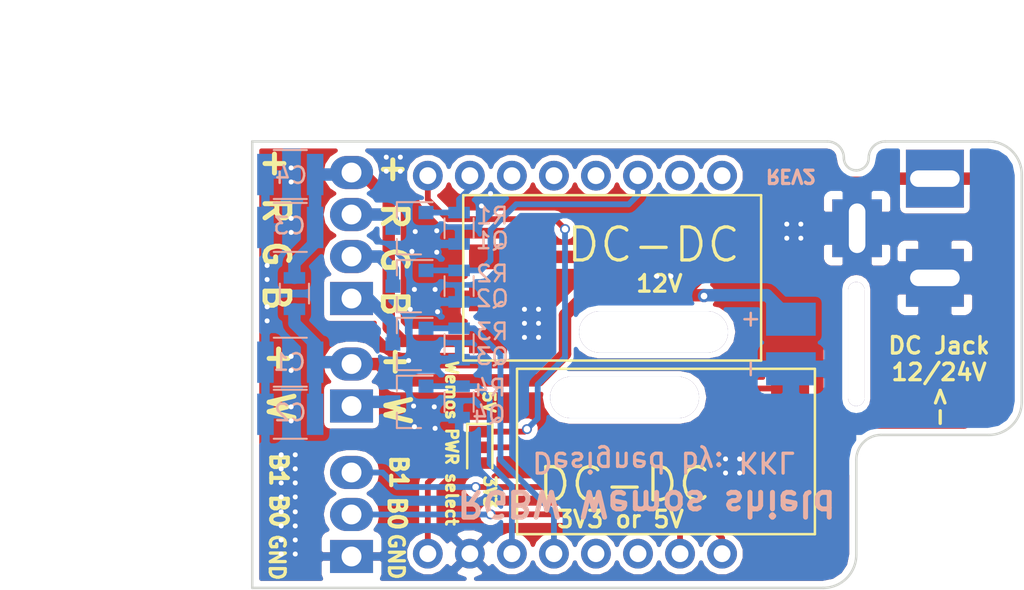
<source format=kicad_pcb>
(kicad_pcb (version 4) (host pcbnew 4.0.7)

  (general
    (links 109)
    (no_connects 0)
    (area 132.674999 54.424999 179.325001 81.575001)
    (thickness 1.6)
    (drawings 37)
    (tracks 125)
    (zones 0)
    (modules 86)
    (nets 25)
  )

  (page A4)
  (layers
    (0 F.Cu signal hide)
    (31 B.Cu signal hide)
    (32 B.Adhes user)
    (33 F.Adhes user)
    (34 B.Paste user)
    (35 F.Paste user)
    (36 B.SilkS user)
    (37 F.SilkS user)
    (38 B.Mask user)
    (39 F.Mask user)
    (40 Dwgs.User user)
    (41 Cmts.User user)
    (42 Eco1.User user)
    (43 Eco2.User user)
    (44 Edge.Cuts user)
    (45 Margin user hide)
    (46 B.CrtYd user)
    (47 F.CrtYd user)
    (48 B.Fab user hide)
    (49 F.Fab user hide)
  )

  (setup
    (last_trace_width 0.35)
    (trace_clearance 0.25)
    (zone_clearance 0.35)
    (zone_45_only no)
    (trace_min 0.2)
    (segment_width 0.2)
    (edge_width 0.15)
    (via_size 0.6)
    (via_drill 0.4)
    (via_min_size 0.4)
    (via_min_drill 0.3)
    (uvia_size 0.3)
    (uvia_drill 0.1)
    (uvias_allowed no)
    (uvia_min_size 0.2)
    (uvia_min_drill 0.1)
    (pcb_text_width 0.3)
    (pcb_text_size 1.5 1.5)
    (mod_edge_width 0.15)
    (mod_text_size 1 1)
    (mod_text_width 0.15)
    (pad_size 2.3 1.5)
    (pad_drill 0)
    (pad_to_mask_clearance 0.2)
    (aux_axis_origin 0 0)
    (visible_elements 7FFEFF7F)
    (pcbplotparams
      (layerselection 0x010fc_80000001)
      (usegerberextensions true)
      (excludeedgelayer true)
      (linewidth 0.100000)
      (plotframeref false)
      (viasonmask false)
      (mode 1)
      (useauxorigin false)
      (hpglpennumber 1)
      (hpglpenspeed 20)
      (hpglpendiameter 15)
      (hpglpenoverlay 2)
      (psnegative false)
      (psa4output false)
      (plotreference true)
      (plotvalue true)
      (plotinvisibletext false)
      (padsonsilk false)
      (subtractmaskfromsilk false)
      (outputformat 1)
      (mirror false)
      (drillshape 0)
      (scaleselection 1)
      (outputdirectory RGBW_board_Gerber/))
  )

  (net 0 "")
  (net 1 +24V)
  (net 2 GND)
  (net 3 +12V)
  (net 4 /BTN0)
  (net 5 /BTN1)
  (net 6 /BLUE_PWM_OUT)
  (net 7 /GREEN_PWM_OUT)
  (net 8 /RED_PWM_OUT)
  (net 9 /WHITE_PWM_OUT)
  (net 10 /RED_PWM_IN)
  (net 11 /GREEN_PWM_IN)
  (net 12 /BLUE_PWM_IN)
  (net 13 /WHITE_PWM_IN)
  (net 14 "Net-(U1-Pad10)")
  (net 15 "Net-(U1-Pad9)")
  (net 16 "Net-(U2-Pad1)")
  (net 17 "Net-(JP1-Pad1)")
  (net 18 "Net-(JP1-Pad3)")
  (net 19 /5Vor3V3)
  (net 20 "Net-(U1-Pad14)")
  (net 21 "Net-(U1-Pad13)")
  (net 22 "Net-(U1-Pad12)")
  (net 23 "Net-(U1-Pad5)")
  (net 24 "Net-(U1-Pad6)")

  (net_class Default "This is the default net class."
    (clearance 0.25)
    (trace_width 0.35)
    (via_dia 0.6)
    (via_drill 0.4)
    (uvia_dia 0.3)
    (uvia_drill 0.1)
    (add_net /5Vor3V3)
    (add_net /BLUE_PWM_IN)
    (add_net /BTN0)
    (add_net /BTN1)
    (add_net /GREEN_PWM_IN)
    (add_net /RED_PWM_IN)
    (add_net /WHITE_PWM_IN)
    (add_net GND)
    (add_net "Net-(JP1-Pad1)")
    (add_net "Net-(JP1-Pad3)")
    (add_net "Net-(U1-Pad10)")
    (add_net "Net-(U1-Pad12)")
    (add_net "Net-(U1-Pad13)")
    (add_net "Net-(U1-Pad14)")
    (add_net "Net-(U1-Pad5)")
    (add_net "Net-(U1-Pad6)")
    (add_net "Net-(U1-Pad9)")
    (add_net "Net-(U2-Pad1)")
  )

  (net_class Power ""
    (clearance 0.3)
    (trace_width 0.75)
    (via_dia 0.6)
    (via_drill 0.4)
    (uvia_dia 0.3)
    (uvia_drill 0.1)
    (add_net +12V)
    (add_net +24V)
    (add_net /BLUE_PWM_OUT)
    (add_net /GREEN_PWM_OUT)
    (add_net /RED_PWM_OUT)
    (add_net /WHITE_PWM_OUT)
  )

  (module kenneth:via_0.6mm (layer F.Cu) (tedit 5D795CA8) (tstamp 5D83DF61)
    (at 135.1 67.5)
    (fp_text reference REF** (at -7.5 -3.6) (layer F.SilkS) hide
      (effects (font (size 1 1) (thickness 0.15)))
    )
    (fp_text value via_0.6mm (at 0 -2.2) (layer F.Fab) hide
      (effects (font (size 1 1) (thickness 0.15)))
    )
    (pad "" thru_hole circle (at 0 0) (size 0.6 0.6) (drill 0.3) (layers *.Cu)
      (net 2 GND) (zone_connect 2))
  )

  (module kenneth:via_0.6mm (layer F.Cu) (tedit 5D795C8B) (tstamp 5D83DF5D)
    (at 135.1 71.4)
    (fp_text reference REF** (at 3.9 -7.9) (layer F.SilkS) hide
      (effects (font (size 1 1) (thickness 0.15)))
    )
    (fp_text value via_0.6mm (at 0 -2.2) (layer F.Fab) hide
      (effects (font (size 1 1) (thickness 0.15)))
    )
    (pad "" thru_hole circle (at 0 0) (size 0.6 0.6) (drill 0.3) (layers *.Cu)
      (net 2 GND) (zone_connect 2))
  )

  (module kenneth:via_0.6mm (layer F.Cu) (tedit 5D795C8E) (tstamp 5D83DF59)
    (at 135.1 68.35)
    (fp_text reference REF** (at 17.9 -10.7) (layer F.SilkS) hide
      (effects (font (size 1 1) (thickness 0.15)))
    )
    (fp_text value via_0.6mm (at 0 -2.2) (layer F.Fab) hide
      (effects (font (size 1 1) (thickness 0.15)))
    )
    (pad "" thru_hole circle (at 0 0) (size 0.6 0.6) (drill 0.3) (layers *.Cu)
      (net 2 GND) (zone_connect 2))
  )

  (module kenneth:via_0.6mm (layer F.Cu) (tedit 5D795C88) (tstamp 5D83DF55)
    (at 135.1 70.55)
    (fp_text reference REF** (at 5 -10.6) (layer F.SilkS) hide
      (effects (font (size 1 1) (thickness 0.15)))
    )
    (fp_text value via_0.6mm (at 0 -2.2) (layer F.Fab) hide
      (effects (font (size 1 1) (thickness 0.15)))
    )
    (pad "" thru_hole circle (at 0 0) (size 0.6 0.6) (drill 0.3) (layers *.Cu)
      (net 2 GND) (zone_connect 2))
  )

  (module kenneth:via_0.6mm (layer F.Cu) (tedit 5D795C88) (tstamp 5D83DF51)
    (at 135.1 59.15)
    (fp_text reference REF** (at 5 -10.6) (layer F.SilkS) hide
      (effects (font (size 1 1) (thickness 0.15)))
    )
    (fp_text value via_0.6mm (at 0 -2.2) (layer F.Fab) hide
      (effects (font (size 1 1) (thickness 0.15)))
    )
    (pad "" thru_hole circle (at 0 0) (size 0.6 0.6) (drill 0.3) (layers *.Cu)
      (net 2 GND) (zone_connect 2))
  )

  (module kenneth:via_0.6mm (layer F.Cu) (tedit 5D795C8E) (tstamp 5D83DF4D)
    (at 135.1 56.95)
    (fp_text reference REF** (at 17.9 -10.7) (layer F.SilkS) hide
      (effects (font (size 1 1) (thickness 0.15)))
    )
    (fp_text value via_0.6mm (at 0 -2.2) (layer F.Fab) hide
      (effects (font (size 1 1) (thickness 0.15)))
    )
    (pad "" thru_hole circle (at 0 0) (size 0.6 0.6) (drill 0.3) (layers *.Cu)
      (net 2 GND) (zone_connect 2))
  )

  (module kenneth:via_0.6mm (layer F.Cu) (tedit 5D795C8B) (tstamp 5D83DF49)
    (at 135.1 60)
    (fp_text reference REF** (at 3.9 -7.9) (layer F.SilkS) hide
      (effects (font (size 1 1) (thickness 0.15)))
    )
    (fp_text value via_0.6mm (at 0 -2.2) (layer F.Fab) hide
      (effects (font (size 1 1) (thickness 0.15)))
    )
    (pad "" thru_hole circle (at 0 0) (size 0.6 0.6) (drill 0.3) (layers *.Cu)
      (net 2 GND) (zone_connect 2))
  )

  (module kenneth:via_0.6mm (layer F.Cu) (tedit 5D795CA8) (tstamp 5D83DF45)
    (at 135.1 56.1)
    (fp_text reference REF** (at -7.5 -3.6) (layer F.SilkS) hide
      (effects (font (size 1 1) (thickness 0.15)))
    )
    (fp_text value via_0.6mm (at 0 -2.2) (layer F.Fab) hide
      (effects (font (size 1 1) (thickness 0.15)))
    )
    (pad "" thru_hole circle (at 0 0) (size 0.6 0.6) (drill 0.3) (layers *.Cu)
      (net 2 GND) (zone_connect 2))
  )

  (module kenneth:via_0.6mm (layer F.Cu) (tedit 5D795C88) (tstamp 5D83D8D2)
    (at 165.9 59.5)
    (fp_text reference REF** (at 5 -10.6) (layer F.SilkS) hide
      (effects (font (size 1 1) (thickness 0.15)))
    )
    (fp_text value via_0.6mm (at 0 -2.2) (layer F.Fab) hide
      (effects (font (size 1 1) (thickness 0.15)))
    )
    (pad "" thru_hole circle (at 0 0) (size 0.6 0.6) (drill 0.3) (layers *.Cu)
      (net 2 GND) (zone_connect 2))
  )

  (module kenneth:via_0.6mm (layer F.Cu) (tedit 5D795C8E) (tstamp 5D83D8CE)
    (at 165.05 60.35)
    (fp_text reference REF** (at 17.9 -10.7) (layer F.SilkS) hide
      (effects (font (size 1 1) (thickness 0.15)))
    )
    (fp_text value via_0.6mm (at 0 -2.2) (layer F.Fab) hide
      (effects (font (size 1 1) (thickness 0.15)))
    )
    (pad "" thru_hole circle (at 0 0) (size 0.6 0.6) (drill 0.3) (layers *.Cu)
      (net 2 GND) (zone_connect 2))
  )

  (module kenneth:via_0.6mm (layer F.Cu) (tedit 5D795C8B) (tstamp 5D83D8CA)
    (at 165.9 60.35)
    (fp_text reference REF** (at 3.9 -7.9) (layer F.SilkS) hide
      (effects (font (size 1 1) (thickness 0.15)))
    )
    (fp_text value via_0.6mm (at 0 -2.2) (layer F.Fab) hide
      (effects (font (size 1 1) (thickness 0.15)))
    )
    (pad "" thru_hole circle (at 0 0) (size 0.6 0.6) (drill 0.3) (layers *.Cu)
      (net 2 GND) (zone_connect 2))
  )

  (module kenneth:via_0.6mm (layer F.Cu) (tedit 5D795CA8) (tstamp 5D83D8C6)
    (at 165.05 59.5)
    (fp_text reference REF** (at -7.5 -3.6) (layer F.SilkS) hide
      (effects (font (size 1 1) (thickness 0.15)))
    )
    (fp_text value via_0.6mm (at 0 -2.2) (layer F.Fab) hide
      (effects (font (size 1 1) (thickness 0.15)))
    )
    (pad "" thru_hole circle (at 0 0) (size 0.6 0.6) (drill 0.3) (layers *.Cu)
      (net 2 GND) (zone_connect 2))
  )

  (module kenneth:via_0.6mm (layer F.Cu) (tedit 5D795C88) (tstamp 5D83D744)
    (at 143.9 59.9)
    (fp_text reference REF** (at 5 -10.6) (layer F.SilkS) hide
      (effects (font (size 1 1) (thickness 0.15)))
    )
    (fp_text value via_0.6mm (at 0 -2.2) (layer F.Fab) hide
      (effects (font (size 1 1) (thickness 0.15)))
    )
    (pad "" thru_hole circle (at 0 0) (size 0.6 0.6) (drill 0.3) (layers *.Cu)
      (net 2 GND) (zone_connect 2))
  )

  (module kenneth:via_0.6mm (layer F.Cu) (tedit 5D795C8E) (tstamp 5D83D740)
    (at 142.4 61.15)
    (fp_text reference REF** (at 17.9 -10.7) (layer F.SilkS) hide
      (effects (font (size 1 1) (thickness 0.15)))
    )
    (fp_text value via_0.6mm (at 0 -2.2) (layer F.Fab) hide
      (effects (font (size 1 1) (thickness 0.15)))
    )
    (pad "" thru_hole circle (at 0 0) (size 0.6 0.6) (drill 0.3) (layers *.Cu)
      (net 2 GND) (zone_connect 2))
  )

  (module kenneth:via_0.6mm (layer F.Cu) (tedit 5D795C8B) (tstamp 5D83D73C)
    (at 143.9 61.2)
    (fp_text reference REF** (at 3.9 -7.9) (layer F.SilkS) hide
      (effects (font (size 1 1) (thickness 0.15)))
    )
    (fp_text value via_0.6mm (at 0 -2.2) (layer F.Fab) hide
      (effects (font (size 1 1) (thickness 0.15)))
    )
    (pad "" thru_hole circle (at 0 0) (size 0.6 0.6) (drill 0.3) (layers *.Cu)
      (net 2 GND) (zone_connect 2))
  )

  (module kenneth:via_0.6mm (layer F.Cu) (tedit 5D795CA8) (tstamp 5D83D738)
    (at 142.6 59.95)
    (fp_text reference REF** (at -7.5 -3.6) (layer F.SilkS) hide
      (effects (font (size 1 1) (thickness 0.15)))
    )
    (fp_text value via_0.6mm (at 0 -2.2) (layer F.Fab) hide
      (effects (font (size 1 1) (thickness 0.15)))
    )
    (pad "" thru_hole circle (at 0 0) (size 0.6 0.6) (drill 0.3) (layers *.Cu)
      (net 2 GND) (zone_connect 2))
  )

  (module kenneth:via_0.6mm (layer F.Cu) (tedit 5D795CA8) (tstamp 5D83D72E)
    (at 142.55 63.45)
    (fp_text reference REF** (at -7.5 -3.6) (layer F.SilkS) hide
      (effects (font (size 1 1) (thickness 0.15)))
    )
    (fp_text value via_0.6mm (at 0 -2.2) (layer F.Fab) hide
      (effects (font (size 1 1) (thickness 0.15)))
    )
    (pad "" thru_hole circle (at 0 0) (size 0.6 0.6) (drill 0.3) (layers *.Cu)
      (net 2 GND) (zone_connect 2))
  )

  (module kenneth:via_0.6mm (layer F.Cu) (tedit 5D795C8B) (tstamp 5D83D72A)
    (at 143.95 64.8)
    (fp_text reference REF** (at 3.9 -7.9) (layer F.SilkS) hide
      (effects (font (size 1 1) (thickness 0.15)))
    )
    (fp_text value via_0.6mm (at 0 -2.2) (layer F.Fab) hide
      (effects (font (size 1 1) (thickness 0.15)))
    )
    (pad "" thru_hole circle (at 0 0) (size 0.6 0.6) (drill 0.3) (layers *.Cu)
      (net 2 GND) (zone_connect 2))
  )

  (module kenneth:via_0.6mm (layer F.Cu) (tedit 5D795C8E) (tstamp 5D83D726)
    (at 142.3 64.65)
    (fp_text reference REF** (at 17.9 -10.7) (layer F.SilkS) hide
      (effects (font (size 1 1) (thickness 0.15)))
    )
    (fp_text value via_0.6mm (at 0 -2.2) (layer F.Fab) hide
      (effects (font (size 1 1) (thickness 0.15)))
    )
    (pad "" thru_hole circle (at 0 0) (size 0.6 0.6) (drill 0.3) (layers *.Cu)
      (net 2 GND) (zone_connect 2))
  )

  (module kenneth:via_0.6mm (layer F.Cu) (tedit 5D795C88) (tstamp 5D83D722)
    (at 143.8 63.45)
    (fp_text reference REF** (at 5 -10.6) (layer F.SilkS) hide
      (effects (font (size 1 1) (thickness 0.15)))
    )
    (fp_text value via_0.6mm (at 0 -2.2) (layer F.Fab) hide
      (effects (font (size 1 1) (thickness 0.15)))
    )
    (pad "" thru_hole circle (at 0 0) (size 0.6 0.6) (drill 0.3) (layers *.Cu)
      (net 2 GND) (zone_connect 2))
  )

  (module kenneth:via_0.6mm (layer F.Cu) (tedit 5D795CA8) (tstamp 5D83D71E)
    (at 142.2 67.75)
    (fp_text reference REF** (at -7.5 -3.6) (layer F.SilkS) hide
      (effects (font (size 1 1) (thickness 0.15)))
    )
    (fp_text value via_0.6mm (at 0 -2.2) (layer F.Fab) hide
      (effects (font (size 1 1) (thickness 0.15)))
    )
    (pad "" thru_hole circle (at 0 0) (size 0.6 0.6) (drill 0.3) (layers *.Cu)
      (net 2 GND) (zone_connect 2))
  )

  (module kenneth:via_0.6mm (layer F.Cu) (tedit 5D795C88) (tstamp 5D83D711)
    (at 143.75 70.55)
    (fp_text reference REF** (at 5 -10.6) (layer F.SilkS) hide
      (effects (font (size 1 1) (thickness 0.15)))
    )
    (fp_text value via_0.6mm (at 0 -2.2) (layer F.Fab) hide
      (effects (font (size 1 1) (thickness 0.15)))
    )
    (pad "" thru_hole circle (at 0 0) (size 0.6 0.6) (drill 0.3) (layers *.Cu)
      (net 2 GND) (zone_connect 2))
  )

  (module kenneth:via_0.6mm (layer F.Cu) (tedit 5D795C8E) (tstamp 5D83D70D)
    (at 142.55 71.75)
    (fp_text reference REF** (at 17.9 -10.7) (layer F.SilkS) hide
      (effects (font (size 1 1) (thickness 0.15)))
    )
    (fp_text value via_0.6mm (at 0 -2.2) (layer F.Fab) hide
      (effects (font (size 1 1) (thickness 0.15)))
    )
    (pad "" thru_hole circle (at 0 0) (size 0.6 0.6) (drill 0.3) (layers *.Cu)
      (net 2 GND) (zone_connect 2))
  )

  (module kenneth:via_0.6mm (layer F.Cu) (tedit 5D795C8B) (tstamp 5D83D709)
    (at 143.8 71.85)
    (fp_text reference REF** (at 3.9 -7.9) (layer F.SilkS) hide
      (effects (font (size 1 1) (thickness 0.15)))
    )
    (fp_text value via_0.6mm (at 0 -2.2) (layer F.Fab) hide
      (effects (font (size 1 1) (thickness 0.15)))
    )
    (pad "" thru_hole circle (at 0 0) (size 0.6 0.6) (drill 0.3) (layers *.Cu)
      (net 2 GND) (zone_connect 2))
  )

  (module kenneth:via_0.6mm (layer F.Cu) (tedit 5D795CA8) (tstamp 5D83D705)
    (at 142.5 70.5)
    (fp_text reference REF** (at -7.5 -3.6) (layer F.SilkS) hide
      (effects (font (size 1 1) (thickness 0.15)))
    )
    (fp_text value via_0.6mm (at 0 -2.2) (layer F.Fab) hide
      (effects (font (size 1 1) (thickness 0.15)))
    )
    (pad "" thru_hole circle (at 0 0) (size 0.6 0.6) (drill 0.3) (layers *.Cu)
      (net 2 GND) (zone_connect 2))
  )

  (module kenneth:via_0.6mm (layer F.Cu) (tedit 5D795CA8) (tstamp 5D83D603)
    (at 161.35 73.7)
    (fp_text reference REF** (at -7.5 -3.6) (layer F.SilkS) hide
      (effects (font (size 1 1) (thickness 0.15)))
    )
    (fp_text value via_0.6mm (at 0 -2.2) (layer F.Fab) hide
      (effects (font (size 1 1) (thickness 0.15)))
    )
    (pad "" thru_hole circle (at 0 0) (size 0.6 0.6) (drill 0.3) (layers *.Cu)
      (net 2 GND) (zone_connect 2))
  )

  (module kenneth:via_0.6mm (layer F.Cu) (tedit 5D795C8B) (tstamp 5D83D5FF)
    (at 162.2 74.55)
    (fp_text reference REF** (at 3.9 -7.9) (layer F.SilkS) hide
      (effects (font (size 1 1) (thickness 0.15)))
    )
    (fp_text value via_0.6mm (at 0 -2.2) (layer F.Fab) hide
      (effects (font (size 1 1) (thickness 0.15)))
    )
    (pad "" thru_hole circle (at 0 0) (size 0.6 0.6) (drill 0.3) (layers *.Cu)
      (net 2 GND) (zone_connect 2))
  )

  (module kenneth:via_0.6mm (layer F.Cu) (tedit 5D795C8E) (tstamp 5D83D5FB)
    (at 161.35 74.55)
    (fp_text reference REF** (at 17.9 -10.7) (layer F.SilkS) hide
      (effects (font (size 1 1) (thickness 0.15)))
    )
    (fp_text value via_0.6mm (at 0 -2.2) (layer F.Fab) hide
      (effects (font (size 1 1) (thickness 0.15)))
    )
    (pad "" thru_hole circle (at 0 0) (size 0.6 0.6) (drill 0.3) (layers *.Cu)
      (net 2 GND) (zone_connect 2))
  )

  (module kenneth:via_0.6mm (layer F.Cu) (tedit 5D795C88) (tstamp 5D83D5F7)
    (at 162.2 73.7)
    (fp_text reference REF** (at 5 -10.6) (layer F.SilkS) hide
      (effects (font (size 1 1) (thickness 0.15)))
    )
    (fp_text value via_0.6mm (at 0 -2.2) (layer F.Fab) hide
      (effects (font (size 1 1) (thickness 0.15)))
    )
    (pad "" thru_hole circle (at 0 0) (size 0.6 0.6) (drill 0.3) (layers *.Cu)
      (net 2 GND) (zone_connect 2))
  )

  (module kenneth:via_0.6mm (layer F.Cu) (tedit 5D795C88) (tstamp 5D83D5F2)
    (at 141.7 55.45)
    (fp_text reference REF** (at 5 -10.6) (layer F.SilkS) hide
      (effects (font (size 1 1) (thickness 0.15)))
    )
    (fp_text value via_0.6mm (at 0 -2.2) (layer F.Fab) hide
      (effects (font (size 1 1) (thickness 0.15)))
    )
    (pad "" thru_hole circle (at 0 0) (size 0.6 0.6) (drill 0.3) (layers *.Cu)
      (net 2 GND) (zone_connect 2))
  )

  (module kenneth:via_0.6mm (layer F.Cu) (tedit 5D795C8E) (tstamp 5D83D5EE)
    (at 140.85 56.3)
    (fp_text reference REF** (at 17.9 -10.7) (layer F.SilkS) hide
      (effects (font (size 1 1) (thickness 0.15)))
    )
    (fp_text value via_0.6mm (at 0 -2.2) (layer F.Fab) hide
      (effects (font (size 1 1) (thickness 0.15)))
    )
    (pad "" thru_hole circle (at 0 0) (size 0.6 0.6) (drill 0.3) (layers *.Cu)
      (net 2 GND) (zone_connect 2))
  )

  (module kenneth:via_0.6mm (layer F.Cu) (tedit 5D795C8B) (tstamp 5D83D5EA)
    (at 141.7 56.3)
    (fp_text reference REF** (at 3.9 -7.9) (layer F.SilkS) hide
      (effects (font (size 1 1) (thickness 0.15)))
    )
    (fp_text value via_0.6mm (at 0 -2.2) (layer F.Fab) hide
      (effects (font (size 1 1) (thickness 0.15)))
    )
    (pad "" thru_hole circle (at 0 0) (size 0.6 0.6) (drill 0.3) (layers *.Cu)
      (net 2 GND) (zone_connect 2))
  )

  (module kenneth:via_0.6mm (layer F.Cu) (tedit 5D795CA8) (tstamp 5D83D5E6)
    (at 140.85 55.45)
    (fp_text reference REF** (at -7.5 -3.6) (layer F.SilkS) hide
      (effects (font (size 1 1) (thickness 0.15)))
    )
    (fp_text value via_0.6mm (at 0 -2.2) (layer F.Fab) hide
      (effects (font (size 1 1) (thickness 0.15)))
    )
    (pad "" thru_hole circle (at 0 0) (size 0.6 0.6) (drill 0.3) (layers *.Cu)
      (net 2 GND) (zone_connect 2))
  )

  (module kenneth:via_0.6mm (layer F.Cu) (tedit 5D795C88) (tstamp 5D83D5D8)
    (at 146.6 58.4)
    (fp_text reference REF** (at 5 -10.6) (layer F.SilkS) hide
      (effects (font (size 1 1) (thickness 0.15)))
    )
    (fp_text value via_0.6mm (at 0 -2.2) (layer F.Fab) hide
      (effects (font (size 1 1) (thickness 0.15)))
    )
    (pad "" thru_hole circle (at 0 0) (size 0.6 0.6) (drill 0.3) (layers *.Cu)
      (net 2 GND) (zone_connect 2))
  )

  (module kenneth:via_0.6mm (layer F.Cu) (tedit 5D795C88) (tstamp 5D83D5D4)
    (at 147.15 57.65)
    (fp_text reference REF** (at 5 -10.6) (layer F.SilkS) hide
      (effects (font (size 1 1) (thickness 0.15)))
    )
    (fp_text value via_0.6mm (at 0 -2.2) (layer F.Fab) hide
      (effects (font (size 1 1) (thickness 0.15)))
    )
    (pad "" thru_hole circle (at 0 0) (size 0.6 0.6) (drill 0.3) (layers *.Cu)
      (net 2 GND) (zone_connect 2))
  )

  (module kenneth:via_0.6mm (layer F.Cu) (tedit 5D795C88) (tstamp 5D83D5D0)
    (at 135.35 76.9)
    (fp_text reference REF** (at 5 -10.6) (layer F.SilkS) hide
      (effects (font (size 1 1) (thickness 0.15)))
    )
    (fp_text value via_0.6mm (at 0 -2.2) (layer F.Fab) hide
      (effects (font (size 1 1) (thickness 0.15)))
    )
    (pad "" thru_hole circle (at 0 0) (size 0.6 0.6) (drill 0.3) (layers *.Cu)
      (net 2 GND) (zone_connect 2))
  )

  (module kenneth:via_0.6mm (layer F.Cu) (tedit 5D795C8E) (tstamp 5D83D5CC)
    (at 134.5 77.75)
    (fp_text reference REF** (at 17.9 -10.7) (layer F.SilkS) hide
      (effects (font (size 1 1) (thickness 0.15)))
    )
    (fp_text value via_0.6mm (at 0 -2.2) (layer F.Fab) hide
      (effects (font (size 1 1) (thickness 0.15)))
    )
    (pad "" thru_hole circle (at 0 0) (size 0.6 0.6) (drill 0.3) (layers *.Cu)
      (net 2 GND) (zone_connect 2))
  )

  (module kenneth:via_0.6mm (layer F.Cu) (tedit 5D795C8B) (tstamp 5D83D5C8)
    (at 135.35 77.75)
    (fp_text reference REF** (at 3.9 -7.9) (layer F.SilkS) hide
      (effects (font (size 1 1) (thickness 0.15)))
    )
    (fp_text value via_0.6mm (at 0 -2.2) (layer F.Fab) hide
      (effects (font (size 1 1) (thickness 0.15)))
    )
    (pad "" thru_hole circle (at 0 0) (size 0.6 0.6) (drill 0.3) (layers *.Cu)
      (net 2 GND) (zone_connect 2))
  )

  (module kenneth:via_0.6mm (layer F.Cu) (tedit 5D795CA8) (tstamp 5D83D5C4)
    (at 134.5 76.9)
    (fp_text reference REF** (at -7.5 -3.6) (layer F.SilkS) hide
      (effects (font (size 1 1) (thickness 0.15)))
    )
    (fp_text value via_0.6mm (at 0 -2.2) (layer F.Fab) hide
      (effects (font (size 1 1) (thickness 0.15)))
    )
    (pad "" thru_hole circle (at 0 0) (size 0.6 0.6) (drill 0.3) (layers *.Cu)
      (net 2 GND) (zone_connect 2))
  )

  (module kenneth:via_0.6mm (layer F.Cu) (tedit 5D795CA8) (tstamp 5D83D5C0)
    (at 134.5 78.6)
    (fp_text reference REF** (at -7.5 -3.6) (layer F.SilkS) hide
      (effects (font (size 1 1) (thickness 0.15)))
    )
    (fp_text value via_0.6mm (at 0 -2.2) (layer F.Fab) hide
      (effects (font (size 1 1) (thickness 0.15)))
    )
    (pad "" thru_hole circle (at 0 0) (size 0.6 0.6) (drill 0.3) (layers *.Cu)
      (net 2 GND) (zone_connect 2))
  )

  (module kenneth:via_0.6mm (layer F.Cu) (tedit 5D795C8B) (tstamp 5D83D5BC)
    (at 135.35 79.45)
    (fp_text reference REF** (at 3.9 -7.9) (layer F.SilkS) hide
      (effects (font (size 1 1) (thickness 0.15)))
    )
    (fp_text value via_0.6mm (at 0 -2.2) (layer F.Fab) hide
      (effects (font (size 1 1) (thickness 0.15)))
    )
    (pad "" thru_hole circle (at 0 0) (size 0.6 0.6) (drill 0.3) (layers *.Cu)
      (net 2 GND) (zone_connect 2))
  )

  (module kenneth:via_0.6mm (layer F.Cu) (tedit 5D795C8E) (tstamp 5D83D5B8)
    (at 134.5 79.45)
    (fp_text reference REF** (at 17.9 -10.7) (layer F.SilkS) hide
      (effects (font (size 1 1) (thickness 0.15)))
    )
    (fp_text value via_0.6mm (at 0 -2.2) (layer F.Fab) hide
      (effects (font (size 1 1) (thickness 0.15)))
    )
    (pad "" thru_hole circle (at 0 0) (size 0.6 0.6) (drill 0.3) (layers *.Cu)
      (net 2 GND) (zone_connect 2))
  )

  (module kenneth:via_0.6mm (layer F.Cu) (tedit 5D795C88) (tstamp 5D83D5B4)
    (at 135.35 78.6)
    (fp_text reference REF** (at 5 -10.6) (layer F.SilkS) hide
      (effects (font (size 1 1) (thickness 0.15)))
    )
    (fp_text value via_0.6mm (at 0 -2.2) (layer F.Fab) hide
      (effects (font (size 1 1) (thickness 0.15)))
    )
    (pad "" thru_hole circle (at 0 0) (size 0.6 0.6) (drill 0.3) (layers *.Cu)
      (net 2 GND) (zone_connect 2))
  )

  (module kenneth:via_0.6mm (layer F.Cu) (tedit 5D795C88) (tstamp 5D83D5B0)
    (at 135.35 75.15)
    (fp_text reference REF** (at 5 -10.6) (layer F.SilkS) hide
      (effects (font (size 1 1) (thickness 0.15)))
    )
    (fp_text value via_0.6mm (at 0 -2.2) (layer F.Fab) hide
      (effects (font (size 1 1) (thickness 0.15)))
    )
    (pad "" thru_hole circle (at 0 0) (size 0.6 0.6) (drill 0.3) (layers *.Cu)
      (net 2 GND) (zone_connect 2))
  )

  (module kenneth:via_0.6mm (layer F.Cu) (tedit 5D795C8E) (tstamp 5D83D5AC)
    (at 134.5 76)
    (fp_text reference REF** (at 17.9 -10.7) (layer F.SilkS) hide
      (effects (font (size 1 1) (thickness 0.15)))
    )
    (fp_text value via_0.6mm (at 0 -2.2) (layer F.Fab) hide
      (effects (font (size 1 1) (thickness 0.15)))
    )
    (pad "" thru_hole circle (at 0 0) (size 0.6 0.6) (drill 0.3) (layers *.Cu)
      (net 2 GND) (zone_connect 2))
  )

  (module kenneth:via_0.6mm (layer F.Cu) (tedit 5D795C8B) (tstamp 5D83D5A8)
    (at 135.35 76)
    (fp_text reference REF** (at 3.9 -7.9) (layer F.SilkS) hide
      (effects (font (size 1 1) (thickness 0.15)))
    )
    (fp_text value via_0.6mm (at 0 -2.2) (layer F.Fab) hide
      (effects (font (size 1 1) (thickness 0.15)))
    )
    (pad "" thru_hole circle (at 0 0) (size 0.6 0.6) (drill 0.3) (layers *.Cu)
      (net 2 GND) (zone_connect 2))
  )

  (module kenneth:via_0.6mm (layer F.Cu) (tedit 5D795CA8) (tstamp 5D83D5A4)
    (at 134.5 75.15)
    (fp_text reference REF** (at -7.5 -3.6) (layer F.SilkS) hide
      (effects (font (size 1 1) (thickness 0.15)))
    )
    (fp_text value via_0.6mm (at 0 -2.2) (layer F.Fab) hide
      (effects (font (size 1 1) (thickness 0.15)))
    )
    (pad "" thru_hole circle (at 0 0) (size 0.6 0.6) (drill 0.3) (layers *.Cu)
      (net 2 GND) (zone_connect 2))
  )

  (module kenneth:via_0.6mm (layer F.Cu) (tedit 5D795CA8) (tstamp 5D83D5A0)
    (at 134.5 73.45)
    (fp_text reference REF** (at -7.5 -3.6) (layer F.SilkS) hide
      (effects (font (size 1 1) (thickness 0.15)))
    )
    (fp_text value via_0.6mm (at 0 -2.2) (layer F.Fab) hide
      (effects (font (size 1 1) (thickness 0.15)))
    )
    (pad "" thru_hole circle (at 0 0) (size 0.6 0.6) (drill 0.3) (layers *.Cu)
      (net 2 GND) (zone_connect 2))
  )

  (module kenneth:via_0.6mm (layer F.Cu) (tedit 5D795C8B) (tstamp 5D83D59C)
    (at 135.35 74.3)
    (fp_text reference REF** (at 3.9 -7.9) (layer F.SilkS) hide
      (effects (font (size 1 1) (thickness 0.15)))
    )
    (fp_text value via_0.6mm (at 0 -2.2) (layer F.Fab) hide
      (effects (font (size 1 1) (thickness 0.15)))
    )
    (pad "" thru_hole circle (at 0 0) (size 0.6 0.6) (drill 0.3) (layers *.Cu)
      (net 2 GND) (zone_connect 2))
  )

  (module kenneth:via_0.6mm (layer F.Cu) (tedit 5D795C8E) (tstamp 5D83D598)
    (at 134.5 74.3)
    (fp_text reference REF** (at 17.9 -10.7) (layer F.SilkS) hide
      (effects (font (size 1 1) (thickness 0.15)))
    )
    (fp_text value via_0.6mm (at 0 -2.2) (layer F.Fab) hide
      (effects (font (size 1 1) (thickness 0.15)))
    )
    (pad "" thru_hole circle (at 0 0) (size 0.6 0.6) (drill 0.3) (layers *.Cu)
      (net 2 GND) (zone_connect 2))
  )

  (module kenneth:via_0.6mm (layer F.Cu) (tedit 5D795C88) (tstamp 5D83D594)
    (at 135.35 73.45)
    (fp_text reference REF** (at 5 -10.6) (layer F.SilkS) hide
      (effects (font (size 1 1) (thickness 0.15)))
    )
    (fp_text value via_0.6mm (at 0 -2.2) (layer F.Fab) hide
      (effects (font (size 1 1) (thickness 0.15)))
    )
    (pad "" thru_hole circle (at 0 0) (size 0.6 0.6) (drill 0.3) (layers *.Cu)
      (net 2 GND) (zone_connect 2))
  )

  (module kenneth:via_0.6mm (layer F.Cu) (tedit 5D795CA8) (tstamp 5D83D590)
    (at 133.65 62)
    (fp_text reference REF** (at -7.5 -3.6) (layer F.SilkS) hide
      (effects (font (size 1 1) (thickness 0.15)))
    )
    (fp_text value via_0.6mm (at 0 -2.2) (layer F.Fab) hide
      (effects (font (size 1 1) (thickness 0.15)))
    )
    (pad "" thru_hole circle (at 0 0) (size 0.6 0.6) (drill 0.3) (layers *.Cu)
      (net 2 GND) (zone_connect 2))
  )

  (module kenneth:via_0.6mm (layer F.Cu) (tedit 5D795C8B) (tstamp 5D83D58C)
    (at 133.65 65.35)
    (fp_text reference REF** (at 3.9 -7.9) (layer F.SilkS) hide
      (effects (font (size 1 1) (thickness 0.15)))
    )
    (fp_text value via_0.6mm (at 0 -2.2) (layer F.Fab) hide
      (effects (font (size 1 1) (thickness 0.15)))
    )
    (pad "" thru_hole circle (at 0 0) (size 0.6 0.6) (drill 0.3) (layers *.Cu)
      (net 2 GND) (zone_connect 2))
  )

  (module kenneth:via_0.6mm (layer F.Cu) (tedit 5D795C8E) (tstamp 5D83D588)
    (at 133.65 62.85)
    (fp_text reference REF** (at 17.9 -10.7) (layer F.SilkS) hide
      (effects (font (size 1 1) (thickness 0.15)))
    )
    (fp_text value via_0.6mm (at 0 -2.2) (layer F.Fab) hide
      (effects (font (size 1 1) (thickness 0.15)))
    )
    (pad "" thru_hole circle (at 0 0) (size 0.6 0.6) (drill 0.3) (layers *.Cu)
      (net 2 GND) (zone_connect 2))
  )

  (module kenneth:via_0.6mm (layer F.Cu) (tedit 5D795C88) (tstamp 5D83D584)
    (at 133.65 64.5)
    (fp_text reference REF** (at 5 -10.6) (layer F.SilkS) hide
      (effects (font (size 1 1) (thickness 0.15)))
    )
    (fp_text value via_0.6mm (at 0 -2.2) (layer F.Fab) hide
      (effects (font (size 1 1) (thickness 0.15)))
    )
    (pad "" thru_hole circle (at 0 0) (size 0.6 0.6) (drill 0.3) (layers *.Cu)
      (net 2 GND) (zone_connect 2))
  )

  (module kenneth:Mini_DC-DC_converter_RED (layer F.Cu) (tedit 5D83C739) (tstamp 5D83AD83)
    (at 147 62.75)
    (path /5D6EF0C7)
    (fp_text reference U3 (at 1 -6) (layer F.SilkS) hide
      (effects (font (size 1 1) (thickness 0.15)))
    )
    (fp_text value Mini_DC-DC_4.5-24V_to_0.8-17V (at 8 6.5) (layer F.Fab) hide
      (effects (font (size 1 1) (thickness 0.15)))
    )
    (fp_line (start -1.5 -5) (end 16.5 -5) (layer F.SilkS) (width 0.15))
    (fp_line (start 16.5 -5) (end 16.5 5) (layer F.SilkS) (width 0.15))
    (fp_line (start 16.5 5) (end -1.5 5) (layer F.SilkS) (width 0.15))
    (fp_line (start -1.5 5) (end -1.5 -5) (layer F.SilkS) (width 0.15))
    (fp_line (start -1.5 5) (end 16.5 5) (layer F.CrtYd) (width 0.15))
    (fp_line (start 16.5 5) (end 16.5 -5) (layer F.CrtYd) (width 0.15))
    (fp_line (start 16.5 -5) (end -1.5 -5) (layer F.CrtYd) (width 0.15))
    (fp_line (start -1.5 -5) (end -1.5 5) (layer F.CrtYd) (width 0.15))
    (fp_text user DC-DC (at 10 -2) (layer F.SilkS)
      (effects (font (size 2 2) (thickness 0.2)))
    )
    (pad 2 smd rect (at 0 -1.27) (size 2.3 1.5) (layers F.Cu F.Paste F.Mask)
      (net 1 +24V))
    (pad 3 smd rect (at 0 1.27) (size 2.3 1.5) (layers F.Cu F.Paste F.Mask)
      (net 2 GND) (zone_connect 1) (thermal_width 1.5))
    (pad 4 smd rect (at 0 3.81) (size 2.3 1.5) (layers F.Cu F.Paste F.Mask)
      (net 3 +12V))
    (pad "" thru_hole oval (at 10 3.27) (size 9 2.5) (drill oval 9 2.5) (layers *.Cu *.Mask))
  )

  (module kenneth:via_0.6mm (layer F.Cu) (tedit 5D795CA8) (tstamp 5D83D462)
    (at 157.2 62.65)
    (fp_text reference REF** (at -7.5 -3.6) (layer F.SilkS) hide
      (effects (font (size 1 1) (thickness 0.15)))
    )
    (fp_text value via_0.6mm (at 0 -2.2) (layer F.Fab) hide
      (effects (font (size 1 1) (thickness 0.15)))
    )
    (pad "" thru_hole circle (at 0 0) (size 0.6 0.6) (drill 0.3) (layers *.Cu)
      (net 2 GND) (zone_connect 2))
  )

  (module kenneth:via_0.6mm (layer F.Cu) (tedit 5D795C88) (tstamp 5D83D45E)
    (at 158.05 62.65)
    (fp_text reference REF** (at 5 -10.6) (layer F.SilkS) hide
      (effects (font (size 1 1) (thickness 0.15)))
    )
    (fp_text value via_0.6mm (at 0 -2.2) (layer F.Fab) hide
      (effects (font (size 1 1) (thickness 0.15)))
    )
    (pad "" thru_hole circle (at 0 0) (size 0.6 0.6) (drill 0.3) (layers *.Cu)
      (net 2 GND) (zone_connect 2))
  )

  (module kenneth:via_0.6mm (layer F.Cu) (tedit 5D795C88) (tstamp 5D83D45A)
    (at 150.05 64.65)
    (fp_text reference REF** (at 5 -10.6) (layer F.SilkS) hide
      (effects (font (size 1 1) (thickness 0.15)))
    )
    (fp_text value via_0.6mm (at 0 -2.2) (layer F.Fab) hide
      (effects (font (size 1 1) (thickness 0.15)))
    )
    (pad "" thru_hole circle (at 0 0) (size 0.6 0.6) (drill 0.3) (layers *.Cu)
      (net 2 GND) (zone_connect 2))
  )

  (module kenneth:via_0.6mm (layer F.Cu) (tedit 5D795CA8) (tstamp 5D83D456)
    (at 149.2 64.65)
    (fp_text reference REF** (at -7.5 -3.6) (layer F.SilkS) hide
      (effects (font (size 1 1) (thickness 0.15)))
    )
    (fp_text value via_0.6mm (at 0 -2.2) (layer F.Fab) hide
      (effects (font (size 1 1) (thickness 0.15)))
    )
    (pad "" thru_hole circle (at 0 0) (size 0.6 0.6) (drill 0.3) (layers *.Cu)
      (net 2 GND) (zone_connect 2))
  )

  (module kenneth:via_0.6mm (layer F.Cu) (tedit 5D795CA8) (tstamp 5D83D44F)
    (at 149.2 65.5)
    (fp_text reference REF** (at -7.5 -3.6) (layer F.SilkS) hide
      (effects (font (size 1 1) (thickness 0.15)))
    )
    (fp_text value via_0.6mm (at 0 -2.2) (layer F.Fab) hide
      (effects (font (size 1 1) (thickness 0.15)))
    )
    (pad "" thru_hole circle (at 0 0) (size 0.6 0.6) (drill 0.3) (layers *.Cu)
      (net 2 GND) (zone_connect 2))
  )

  (module kenneth:via_0.6mm (layer F.Cu) (tedit 5D795C8B) (tstamp 5D83D44B)
    (at 150.05 66.35)
    (fp_text reference REF** (at 3.9 -7.9) (layer F.SilkS) hide
      (effects (font (size 1 1) (thickness 0.15)))
    )
    (fp_text value via_0.6mm (at 0 -2.2) (layer F.Fab) hide
      (effects (font (size 1 1) (thickness 0.15)))
    )
    (pad "" thru_hole circle (at 0 0) (size 0.6 0.6) (drill 0.3) (layers *.Cu)
      (net 2 GND) (zone_connect 2))
  )

  (module kenneth:via_0.6mm (layer F.Cu) (tedit 5D795C8E) (tstamp 5D83D447)
    (at 149.2 66.35)
    (fp_text reference REF** (at 17.9 -10.7) (layer F.SilkS) hide
      (effects (font (size 1 1) (thickness 0.15)))
    )
    (fp_text value via_0.6mm (at 0 -2.2) (layer F.Fab) hide
      (effects (font (size 1 1) (thickness 0.15)))
    )
    (pad "" thru_hole circle (at 0 0) (size 0.6 0.6) (drill 0.3) (layers *.Cu)
      (net 2 GND) (zone_connect 2))
  )

  (module kenneth:via_0.6mm (layer F.Cu) (tedit 5D795C88) (tstamp 5D83D443)
    (at 150.05 65.5)
    (fp_text reference REF** (at 5 -10.6) (layer F.SilkS) hide
      (effects (font (size 1 1) (thickness 0.15)))
    )
    (fp_text value via_0.6mm (at 0 -2.2) (layer F.Fab) hide
      (effects (font (size 1 1) (thickness 0.15)))
    )
    (pad "" thru_hole circle (at 0 0) (size 0.6 0.6) (drill 0.3) (layers *.Cu)
      (net 2 GND) (zone_connect 2))
  )

  (module Connectors:BARREL_JACK (layer B.Cu) (tedit 5D83C724) (tstamp 5D6FD7BE)
    (at 174 56.75 90)
    (descr "DC Barrel Jack")
    (tags "Power Jack")
    (path /5D6ED9D6)
    (fp_text reference J5 (at -12 0 180) (layer B.SilkS) hide
      (effects (font (size 1 1) (thickness 0.15)) (justify mirror))
    )
    (fp_text value Jack-DC (at -6.2 5.5 90) (layer B.Fab)
      (effects (font (size 1 1) (thickness 0.15)) (justify mirror))
    )
    (fp_line (start 1 4.5) (end 1 4.75) (layer B.CrtYd) (width 0.05))
    (fp_line (start 1 4.75) (end -14 4.75) (layer B.CrtYd) (width 0.05))
    (fp_line (start 1 4.5) (end 1 2) (layer B.CrtYd) (width 0.05))
    (fp_line (start 1 2) (end 2 2) (layer B.CrtYd) (width 0.05))
    (fp_line (start 2 2) (end 2 -2) (layer B.CrtYd) (width 0.05))
    (fp_line (start 2 -2) (end 1 -2) (layer B.CrtYd) (width 0.05))
    (fp_line (start 1 -2) (end 1 -4.75) (layer B.CrtYd) (width 0.05))
    (fp_line (start 1 -4.75) (end -1 -4.75) (layer B.CrtYd) (width 0.05))
    (fp_line (start -1 -4.75) (end -1 -6.75) (layer B.CrtYd) (width 0.05))
    (fp_line (start -1 -6.75) (end -5 -6.75) (layer B.CrtYd) (width 0.05))
    (fp_line (start -5 -6.75) (end -5 -4.75) (layer B.CrtYd) (width 0.05))
    (fp_line (start -5 -4.75) (end -14 -4.75) (layer B.CrtYd) (width 0.05))
    (fp_line (start -14 -4.75) (end -14 4.75) (layer B.CrtYd) (width 0.05))
    (fp_line (start -10.2 4.5) (end -10.2 -4.5) (layer B.Fab) (width 0.1))
    (fp_line (start -13.7 4.5) (end -13.7 -4.5) (layer B.Fab) (width 0.1))
    (fp_line (start -13.7 -4.5) (end 0.8 -4.5) (layer B.Fab) (width 0.1))
    (fp_line (start 0.8 -4.5) (end 0.8 4.5) (layer B.Fab) (width 0.1))
    (fp_line (start 0.8 4.5) (end -13.7 4.5) (layer B.Fab) (width 0.1))
    (pad 1 thru_hole rect (at 0 0 90) (size 3.5 3.5) (drill oval 1 3) (layers *.Cu *.Mask)
      (net 1 +24V))
    (pad 2 thru_hole rect (at -6 0 90) (size 3.5 3.5) (drill oval 1 3) (layers *.Cu *.Mask)
      (net 2 GND) (zone_connect 1) (thermal_width 2))
    (pad 3 thru_hole rect (at -3 -4.7 90) (size 3.5 3) (drill oval 3 1) (layers *.Cu *.Mask)
      (net 2 GND) (zone_connect 1) (thermal_width 2))
  )

  (module Connectors_Molex:Molex_KK-6410-03_03x2.54mm_Straight (layer F.Cu) (tedit 5D83A245) (tstamp 5D78C1C6)
    (at 138.75 79.6 90)
    (descr "Connector Headers with Friction Lock, 22-27-2031, http://www.molex.com/pdm_docs/sd/022272021_sd.pdf")
    (tags "connector molex kk_6410 22-27-2031")
    (path /5D78C24F)
    (fp_text reference J1 (at 1 -4.5 90) (layer F.SilkS) hide
      (effects (font (size 1 1) (thickness 0.15)))
    )
    (fp_text value BTNs (at 2.54 4.5 90) (layer F.Fab)
      (effects (font (size 1 1) (thickness 0.15)))
    )
    (fp_line (start -1.47 -3.12) (end -1.47 3.08) (layer F.Fab) (width 0.12))
    (fp_line (start -1.47 3.08) (end 6.55 3.08) (layer F.Fab) (width 0.12))
    (fp_line (start 6.55 3.08) (end 6.55 -3.12) (layer F.Fab) (width 0.12))
    (fp_line (start 6.55 -3.12) (end -1.47 -3.12) (layer F.Fab) (width 0.12))
    (fp_line (start -1.9 3.5) (end -1.9 -3.55) (layer F.CrtYd) (width 0.05))
    (fp_line (start -1.9 -3.55) (end 7 -3.55) (layer F.CrtYd) (width 0.05))
    (fp_line (start 7 -3.55) (end 7 3.5) (layer F.CrtYd) (width 0.05))
    (fp_line (start 7 3.5) (end -1.9 3.5) (layer F.CrtYd) (width 0.05))
    (fp_text user %R (at 2.54 0 90) (layer F.Fab)
      (effects (font (size 1 1) (thickness 0.15)))
    )
    (pad 1 thru_hole rect (at 0 0 90) (size 2 2.6) (drill 1.2) (layers *.Cu *.Mask)
      (net 2 GND))
    (pad 2 thru_hole oval (at 2.54 0 90) (size 2 2.6) (drill 1.2) (layers *.Cu *.Mask)
      (net 4 /BTN0))
    (pad 3 thru_hole oval (at 5.08 0 90) (size 2 2.6) (drill 1.2) (layers *.Cu *.Mask)
      (net 5 /BTN1))
    (model ${KISYS3DMOD}/Connectors_Molex.3dshapes/Molex_KK-6410-03_03x2.54mm_Straight.wrl
      (at (xyz 0 0 0))
      (scale (xyz 1 1 1))
      (rotate (xyz 0 0 0))
    )
  )

  (module Connectors_Molex:Molex_KK-6410-02_02x2.54mm_Straight (layer F.Cu) (tedit 5D83A228) (tstamp 5D6FD79F)
    (at 138.75 70.5 90)
    (descr "Connector Headers with Friction Lock, 22-27-2021, http://www.molex.com/pdm_docs/sd/022272021_sd.pdf")
    (tags "connector molex kk_6410 22-27-2021")
    (path /5D6EDA87)
    (fp_text reference J4 (at 1 -4.5 90) (layer F.SilkS) hide
      (effects (font (size 1 1) (thickness 0.15)))
    )
    (fp_text value White (at 1.27 4.5 90) (layer F.Fab)
      (effects (font (size 1 1) (thickness 0.15)))
    )
    (fp_line (start -1.47 -3.12) (end -1.47 3.08) (layer F.Fab) (width 0.12))
    (fp_line (start -1.47 3.08) (end 4.01 3.08) (layer F.Fab) (width 0.12))
    (fp_line (start 4.01 3.08) (end 4.01 -3.12) (layer F.Fab) (width 0.12))
    (fp_line (start 4.01 -3.12) (end -1.47 -3.12) (layer F.Fab) (width 0.12))
    (fp_line (start -1.9 3.5) (end -1.9 -3.55) (layer F.CrtYd) (width 0.05))
    (fp_line (start -1.9 -3.55) (end 4.45 -3.55) (layer F.CrtYd) (width 0.05))
    (fp_line (start 4.45 -3.55) (end 4.45 3.5) (layer F.CrtYd) (width 0.05))
    (fp_line (start 4.45 3.5) (end -1.9 3.5) (layer F.CrtYd) (width 0.05))
    (fp_text user %R (at 1.27 0 90) (layer F.Fab)
      (effects (font (size 1 1) (thickness 0.15)))
    )
    (pad 1 thru_hole rect (at 0 0 90) (size 2 2.6) (drill 1.2) (layers *.Cu *.Mask)
      (net 9 /WHITE_PWM_OUT))
    (pad 2 thru_hole oval (at 2.54 0 90) (size 2 2.6) (drill 1.2) (layers *.Cu *.Mask)
      (net 1 +24V))
    (model ${KISYS3DMOD}/Connectors_Molex.3dshapes/Molex_KK-6410-02_02x2.54mm_Straight.wrl
      (at (xyz 0 0 0))
      (scale (xyz 1 1 1))
      (rotate (xyz 0 0 0))
    )
  )

  (module Connectors_Molex:Molex_KK-6410-04_04x2.54mm_Straight (layer F.Cu) (tedit 5D83A210) (tstamp 5D6FD77E)
    (at 138.75 64 90)
    (descr "Connector Headers with Friction Lock, 22-27-2041, http://www.molex.com/pdm_docs/sd/022272021_sd.pdf")
    (tags "connector molex kk_6410 22-27-2041")
    (path /5D6EDAE2)
    (fp_text reference J3 (at 1 -4.5 90) (layer F.SilkS) hide
      (effects (font (size 1 1) (thickness 0.15)))
    )
    (fp_text value RGB (at 3.81 4.5 90) (layer F.Fab)
      (effects (font (size 1 1) (thickness 0.15)))
    )
    (fp_line (start -1.47 -3.12) (end -1.47 3.08) (layer F.Fab) (width 0.12))
    (fp_line (start -1.47 3.08) (end 9.09 3.08) (layer F.Fab) (width 0.12))
    (fp_line (start 9.09 3.08) (end 9.09 -3.12) (layer F.Fab) (width 0.12))
    (fp_line (start 9.09 -3.12) (end -1.47 -3.12) (layer F.Fab) (width 0.12))
    (fp_line (start -1.9 3.5) (end -1.9 -3.55) (layer F.CrtYd) (width 0.05))
    (fp_line (start -1.9 -3.55) (end 9.5 -3.55) (layer F.CrtYd) (width 0.05))
    (fp_line (start 9.5 -3.55) (end 9.5 3.5) (layer F.CrtYd) (width 0.05))
    (fp_line (start 9.5 3.5) (end -1.9 3.5) (layer F.CrtYd) (width 0.05))
    (fp_text user %R (at 3.81 0 90) (layer F.Fab)
      (effects (font (size 1 1) (thickness 0.15)))
    )
    (pad 1 thru_hole rect (at 0 0 90) (size 2 2.6) (drill 1.2) (layers *.Cu *.Mask)
      (net 6 /BLUE_PWM_OUT))
    (pad 2 thru_hole oval (at 2.54 0 90) (size 2 2.6) (drill 1.2) (layers *.Cu *.Mask)
      (net 7 /GREEN_PWM_OUT))
    (pad 3 thru_hole oval (at 5.08 0 90) (size 2 2.6) (drill 1.2) (layers *.Cu *.Mask)
      (net 8 /RED_PWM_OUT))
    (pad 4 thru_hole oval (at 7.62 0 90) (size 2 2.6) (drill 1.2) (layers *.Cu *.Mask)
      (net 3 +12V))
    (model ${KISYS3DMOD}/Connectors_Molex.3dshapes/Molex_KK-6410-04_04x2.54mm_Straight.wrl
      (at (xyz 0 0 0))
      (scale (xyz 1 1 1))
      (rotate (xyz 0 0 0))
    )
  )

  (module wemos-d1-mini:wemos-d1-mini-with-pin-header locked (layer F.Cu) (tedit 5D839C0B) (tstamp 5D6FD81D)
    (at 152.25 68)
    (path /5D6ED6F0)
    (fp_text reference U1 (at -19.3 0 90) (layer F.SilkS) hide
      (effects (font (size 1 1) (thickness 0.15)))
    )
    (fp_text value WeMos_mini (at 0 0) (layer F.Fab) hide
      (effects (font (size 1 1) (thickness 0.15)))
    )
    (fp_line (start -11.48 -13.5) (end 14.85 -13.5) (layer F.CrtYd) (width 0.05))
    (fp_line (start 16.94 -11.5) (end 16.94 11.5) (layer F.CrtYd) (width 0.05))
    (fp_line (start 14.94 13.5) (end -18.46 13.5) (layer F.CrtYd) (width 0.05))
    (fp_line (start -18.46 13.5) (end -18.46 -11.33) (layer F.CrtYd) (width 0.05))
    (fp_arc (start 14.94 11.5) (end 16.94 11.5) (angle 90) (layer F.CrtYd) (width 0.05))
    (fp_arc (start 14.94 -11.5) (end 14.85 -13.5) (angle 92.57657183) (layer F.CrtYd) (width 0.05))
    (fp_line (start -11.48 -13.5) (end -11.48 -12.33) (layer F.CrtYd) (width 0.05))
    (fp_line (start -18.46 -11.33) (end -12.48 -11.33) (layer F.CrtYd) (width 0.05))
    (fp_arc (start -12.48 -12.33) (end -11.48 -12.33) (angle 90) (layer F.CrtYd) (width 0.05))
    (pad 16 thru_hole circle (at -8.89 -11.43) (size 1.8 1.8) (drill 1.016) (layers *.Cu *.Mask)
      (net 17 "Net-(JP1-Pad1)"))
    (pad 1 thru_hole circle (at -8.89 11.43) (size 1.8 1.8) (drill 1.016) (layers *.Cu *.Mask)
      (net 18 "Net-(JP1-Pad3)"))
    (pad 15 thru_hole circle (at -6.35 -11.43) (size 1.8 1.8) (drill 1.016) (layers *.Cu *.Mask)
      (net 10 /RED_PWM_IN))
    (pad 2 thru_hole circle (at -6.35 11.43) (size 1.8 1.8) (drill 1.016) (layers *.Cu *.Mask)
      (net 2 GND))
    (pad 14 thru_hole circle (at -3.81 -11.43) (size 1.8 1.8) (drill 1.016) (layers *.Cu *.Mask)
      (net 20 "Net-(U1-Pad14)"))
    (pad 3 thru_hole circle (at -3.81 11.43) (size 1.8 1.8) (drill 1.016) (layers *.Cu *.Mask)
      (net 13 /WHITE_PWM_IN))
    (pad 13 thru_hole circle (at -1.27 -11.43) (size 1.8 1.8) (drill 1.016) (layers *.Cu *.Mask)
      (net 21 "Net-(U1-Pad13)"))
    (pad 4 thru_hole circle (at -1.27 11.43) (size 1.8 1.8) (drill 1.016) (layers *.Cu *.Mask)
      (net 12 /BLUE_PWM_IN))
    (pad 12 thru_hole circle (at 1.27 -11.43) (size 1.8 1.8) (drill 1.016) (layers *.Cu *.Mask)
      (net 22 "Net-(U1-Pad12)"))
    (pad 5 thru_hole circle (at 1.27 11.43) (size 1.8 1.8) (drill 1.016) (layers *.Cu *.Mask)
      (net 23 "Net-(U1-Pad5)"))
    (pad 11 thru_hole circle (at 3.81 -11.43) (size 1.8 1.8) (drill 1.016) (layers *.Cu *.Mask)
      (net 11 /GREEN_PWM_IN))
    (pad 6 thru_hole circle (at 3.81 11.43) (size 1.8 1.8) (drill 1.016) (layers *.Cu *.Mask)
      (net 24 "Net-(U1-Pad6)"))
    (pad 10 thru_hole circle (at 6.35 -11.43) (size 1.8 1.8) (drill 1.016) (layers *.Cu *.Mask)
      (net 14 "Net-(U1-Pad10)"))
    (pad 7 thru_hole circle (at 6.35 11.43) (size 1.8 1.8) (drill 1.016) (layers *.Cu *.Mask)
      (net 4 /BTN0))
    (pad 9 thru_hole circle (at 8.89 -11.43) (size 1.8 1.8) (drill 1.016) (layers *.Cu *.Mask)
      (net 15 "Net-(U1-Pad9)"))
    (pad 8 thru_hole circle (at 8.89 11.43) (size 1.8 1.8) (drill 1.016) (layers *.Cu *.Mask)
      (net 5 /BTN1))
    (model ${KIPRJMOD}/3dshapes/wemos_d1_mini.3dshapes/d1_mini_shield.wrl
      (at (xyz -0.704724 -0.503937 0.200787))
      (scale (xyz 0.3937 0.3937 0.3937))
      (rotate (xyz 0 180 90))
    )
    (model ${KIPRJMOD}/3dshapes/wemos_d1_mini.3dshapes/TSW-108-05-G-S.wrl
      (at (xyz 0 -0.4488188976377953 0.1023622047244095))
      (scale (xyz 0.3937 0.3937 0.3937))
      (rotate (xyz 90 0 0))
    )
    (model ${KIPRJMOD}/3dshapes/wemos_d1_mini.3dshapes/TSW-108-05-G-S.wrl
      (at (xyz 0 0.4488188976377953 0.1023622047244095))
      (scale (xyz 0.3937 0.3937 0.3937))
      (rotate (xyz 90 0 0))
    )
  )

  (module Capacitors_SMD:C_1210 (layer B.Cu) (tedit 5D83C702) (tstamp 5D6FD701)
    (at 135.05 67.85 180)
    (descr "Capacitor SMD 1210, reflow soldering, AVX (see smccp.pdf)")
    (tags "capacitor 1210")
    (path /5D6EEB3B)
    (attr smd)
    (fp_text reference C1 (at 0.05 0 180) (layer B.SilkS)
      (effects (font (size 1 1) (thickness 0.15)) (justify mirror))
    )
    (fp_text value C_Small (at 0 -2.5 180) (layer B.Fab)
      (effects (font (size 1 1) (thickness 0.15)) (justify mirror))
    )
    (fp_text user %R (at 0 2.25 180) (layer B.Fab)
      (effects (font (size 1 1) (thickness 0.15)) (justify mirror))
    )
    (fp_line (start -1.6 -1.25) (end -1.6 1.25) (layer B.Fab) (width 0.1))
    (fp_line (start 1.6 -1.25) (end -1.6 -1.25) (layer B.Fab) (width 0.1))
    (fp_line (start 1.6 1.25) (end 1.6 -1.25) (layer B.Fab) (width 0.1))
    (fp_line (start -1.6 1.25) (end 1.6 1.25) (layer B.Fab) (width 0.1))
    (fp_line (start 1 1.48) (end -1 1.48) (layer B.SilkS) (width 0.12))
    (fp_line (start -1 -1.48) (end 1 -1.48) (layer B.SilkS) (width 0.12))
    (fp_line (start -2.25 1.5) (end 2.25 1.5) (layer B.CrtYd) (width 0.05))
    (fp_line (start -2.25 1.5) (end -2.25 -1.5) (layer B.CrtYd) (width 0.05))
    (fp_line (start 2.25 -1.5) (end 2.25 1.5) (layer B.CrtYd) (width 0.05))
    (fp_line (start 2.25 -1.5) (end -2.25 -1.5) (layer B.CrtYd) (width 0.05))
    (pad 1 smd rect (at -1.5 0 180) (size 1 2.5) (layers B.Cu B.Paste B.Mask)
      (net 1 +24V))
    (pad 2 smd rect (at 1.5 0 180) (size 1 2.5) (layers B.Cu B.Paste B.Mask)
      (net 2 GND))
    (model Capacitors_SMD.3dshapes/C_1210.wrl
      (at (xyz 0 0 0))
      (scale (xyz 1 1 1))
      (rotate (xyz 0 0 0))
    )
  )

  (module Capacitors_SMD:C_1210 (layer B.Cu) (tedit 5D83C6FE) (tstamp 5D6FD707)
    (at 135.05 71 180)
    (descr "Capacitor SMD 1210, reflow soldering, AVX (see smccp.pdf)")
    (tags "capacitor 1210")
    (path /5D6ED96D)
    (attr smd)
    (fp_text reference C2 (at 0 0.1 360) (layer B.SilkS)
      (effects (font (size 1 1) (thickness 0.15)) (justify mirror))
    )
    (fp_text value C_Small (at 0 -2.5 180) (layer B.Fab)
      (effects (font (size 1 1) (thickness 0.15)) (justify mirror))
    )
    (fp_text user %R (at 0 2.25 180) (layer B.Fab)
      (effects (font (size 1 1) (thickness 0.15)) (justify mirror))
    )
    (fp_line (start -1.6 -1.25) (end -1.6 1.25) (layer B.Fab) (width 0.1))
    (fp_line (start 1.6 -1.25) (end -1.6 -1.25) (layer B.Fab) (width 0.1))
    (fp_line (start 1.6 1.25) (end 1.6 -1.25) (layer B.Fab) (width 0.1))
    (fp_line (start -1.6 1.25) (end 1.6 1.25) (layer B.Fab) (width 0.1))
    (fp_line (start 1 1.48) (end -1 1.48) (layer B.SilkS) (width 0.12))
    (fp_line (start -1 -1.48) (end 1 -1.48) (layer B.SilkS) (width 0.12))
    (fp_line (start -2.25 1.5) (end 2.25 1.5) (layer B.CrtYd) (width 0.05))
    (fp_line (start -2.25 1.5) (end -2.25 -1.5) (layer B.CrtYd) (width 0.05))
    (fp_line (start 2.25 -1.5) (end 2.25 1.5) (layer B.CrtYd) (width 0.05))
    (fp_line (start 2.25 -1.5) (end -2.25 -1.5) (layer B.CrtYd) (width 0.05))
    (pad 1 smd rect (at -1.5 0 180) (size 1 2.5) (layers B.Cu B.Paste B.Mask)
      (net 1 +24V))
    (pad 2 smd rect (at 1.5 0 180) (size 1 2.5) (layers B.Cu B.Paste B.Mask)
      (net 2 GND))
    (model Capacitors_SMD.3dshapes/C_1210.wrl
      (at (xyz 0 0 0))
      (scale (xyz 1 1 1))
      (rotate (xyz 0 0 0))
    )
  )

  (module Capacitors_SMD:C_1210 (layer B.Cu) (tedit 5D83C706) (tstamp 5D6FD70D)
    (at 135.05 59.7 180)
    (descr "Capacitor SMD 1210, reflow soldering, AVX (see smccp.pdf)")
    (tags "capacitor 1210")
    (path /5D6EEF05)
    (attr smd)
    (fp_text reference C3 (at 0.05 0.1 180) (layer B.SilkS)
      (effects (font (size 1 1) (thickness 0.15)) (justify mirror))
    )
    (fp_text value C_Small (at 0 -2.5 180) (layer B.Fab)
      (effects (font (size 1 1) (thickness 0.15)) (justify mirror))
    )
    (fp_text user %R (at 0 2.25 180) (layer B.Fab)
      (effects (font (size 1 1) (thickness 0.15)) (justify mirror))
    )
    (fp_line (start -1.6 -1.25) (end -1.6 1.25) (layer B.Fab) (width 0.1))
    (fp_line (start 1.6 -1.25) (end -1.6 -1.25) (layer B.Fab) (width 0.1))
    (fp_line (start 1.6 1.25) (end 1.6 -1.25) (layer B.Fab) (width 0.1))
    (fp_line (start -1.6 1.25) (end 1.6 1.25) (layer B.Fab) (width 0.1))
    (fp_line (start 1 1.48) (end -1 1.48) (layer B.SilkS) (width 0.12))
    (fp_line (start -1 -1.48) (end 1 -1.48) (layer B.SilkS) (width 0.12))
    (fp_line (start -2.25 1.5) (end 2.25 1.5) (layer B.CrtYd) (width 0.05))
    (fp_line (start -2.25 1.5) (end -2.25 -1.5) (layer B.CrtYd) (width 0.05))
    (fp_line (start 2.25 -1.5) (end 2.25 1.5) (layer B.CrtYd) (width 0.05))
    (fp_line (start 2.25 -1.5) (end -2.25 -1.5) (layer B.CrtYd) (width 0.05))
    (pad 1 smd rect (at -1.5 0 180) (size 1 2.5) (layers B.Cu B.Paste B.Mask)
      (net 3 +12V))
    (pad 2 smd rect (at 1.5 0 180) (size 1 2.5) (layers B.Cu B.Paste B.Mask)
      (net 2 GND))
    (model Capacitors_SMD.3dshapes/C_1210.wrl
      (at (xyz 0 0 0))
      (scale (xyz 1 1 1))
      (rotate (xyz 0 0 0))
    )
  )

  (module Capacitors_SMD:C_1210 (layer B.Cu) (tedit 5D83C709) (tstamp 5D6FD713)
    (at 135.05 56.5 180)
    (descr "Capacitor SMD 1210, reflow soldering, AVX (see smccp.pdf)")
    (tags "capacitor 1210")
    (path /5D6EEEF3)
    (attr smd)
    (fp_text reference C4 (at -0.05 -0.05 180) (layer B.SilkS)
      (effects (font (size 1 1) (thickness 0.15)) (justify mirror))
    )
    (fp_text value C_Small (at 0 -2.5 180) (layer B.Fab)
      (effects (font (size 1 1) (thickness 0.15)) (justify mirror))
    )
    (fp_text user %R (at 0 2.25 180) (layer B.Fab)
      (effects (font (size 1 1) (thickness 0.15)) (justify mirror))
    )
    (fp_line (start -1.6 -1.25) (end -1.6 1.25) (layer B.Fab) (width 0.1))
    (fp_line (start 1.6 -1.25) (end -1.6 -1.25) (layer B.Fab) (width 0.1))
    (fp_line (start 1.6 1.25) (end 1.6 -1.25) (layer B.Fab) (width 0.1))
    (fp_line (start -1.6 1.25) (end 1.6 1.25) (layer B.Fab) (width 0.1))
    (fp_line (start 1 1.48) (end -1 1.48) (layer B.SilkS) (width 0.12))
    (fp_line (start -1 -1.48) (end 1 -1.48) (layer B.SilkS) (width 0.12))
    (fp_line (start -2.25 1.5) (end 2.25 1.5) (layer B.CrtYd) (width 0.05))
    (fp_line (start -2.25 1.5) (end -2.25 -1.5) (layer B.CrtYd) (width 0.05))
    (fp_line (start 2.25 -1.5) (end 2.25 1.5) (layer B.CrtYd) (width 0.05))
    (fp_line (start 2.25 -1.5) (end -2.25 -1.5) (layer B.CrtYd) (width 0.05))
    (pad 1 smd rect (at -1.5 0 180) (size 1 2.5) (layers B.Cu B.Paste B.Mask)
      (net 3 +12V))
    (pad 2 smd rect (at 1.5 0 180) (size 1 2.5) (layers B.Cu B.Paste B.Mask)
      (net 2 GND))
    (model Capacitors_SMD.3dshapes/C_1210.wrl
      (at (xyz 0 0 0))
      (scale (xyz 1 1 1))
      (rotate (xyz 0 0 0))
    )
  )

  (module TO_SOT_Packages_SMD:SOT-23 (layer B.Cu) (tedit 5D83CE2E) (tstamp 5D6FD7C5)
    (at 142.25 59.75 180)
    (descr "SOT-23, Standard")
    (tags SOT-23)
    (path /5D6ED850)
    (attr smd)
    (fp_text reference Q1 (at -5 -0.75 360) (layer B.SilkS)
      (effects (font (size 1 1) (thickness 0.15)) (justify mirror))
    )
    (fp_text value 2N7002 (at 0 -2.5 180) (layer B.Fab)
      (effects (font (size 1 1) (thickness 0.15)) (justify mirror))
    )
    (fp_text user %R (at 0 0 450) (layer B.Fab)
      (effects (font (size 0.5 0.5) (thickness 0.075)) (justify mirror))
    )
    (fp_line (start -0.7 0.95) (end -0.7 -1.5) (layer B.Fab) (width 0.1))
    (fp_line (start -0.15 1.52) (end 0.7 1.52) (layer B.Fab) (width 0.1))
    (fp_line (start -0.7 0.95) (end -0.15 1.52) (layer B.Fab) (width 0.1))
    (fp_line (start 0.7 1.52) (end 0.7 -1.52) (layer B.Fab) (width 0.1))
    (fp_line (start -0.7 -1.52) (end 0.7 -1.52) (layer B.Fab) (width 0.1))
    (fp_line (start 0.76 -1.58) (end 0.76 -0.65) (layer B.SilkS) (width 0.12))
    (fp_line (start 0.76 1.58) (end 0.76 0.65) (layer B.SilkS) (width 0.12))
    (fp_line (start -1.7 1.75) (end 1.7 1.75) (layer B.CrtYd) (width 0.05))
    (fp_line (start 1.7 1.75) (end 1.7 -1.75) (layer B.CrtYd) (width 0.05))
    (fp_line (start 1.7 -1.75) (end -1.7 -1.75) (layer B.CrtYd) (width 0.05))
    (fp_line (start -1.7 -1.75) (end -1.7 1.75) (layer B.CrtYd) (width 0.05))
    (fp_line (start 0.76 1.58) (end -1.4 1.58) (layer B.SilkS) (width 0.12))
    (fp_line (start 0.76 -1.58) (end -0.7 -1.58) (layer B.SilkS) (width 0.12))
    (pad 1 smd rect (at -1 0.95 180) (size 0.9 0.8) (layers B.Cu B.Paste B.Mask)
      (net 10 /RED_PWM_IN))
    (pad 2 smd rect (at -1 -0.95 180) (size 0.9 0.8) (layers B.Cu B.Paste B.Mask)
      (net 2 GND) (zone_connect 2) (thermal_width 1))
    (pad 3 smd rect (at 1 0 180) (size 0.9 0.8) (layers B.Cu B.Paste B.Mask)
      (net 8 /RED_PWM_OUT))
    (model ${KISYS3DMOD}/TO_SOT_Packages_SMD.3dshapes/SOT-23.wrl
      (at (xyz 0 0 0))
      (scale (xyz 1 1 1))
      (rotate (xyz 0 0 0))
    )
  )

  (module TO_SOT_Packages_SMD:SOT-23 (layer B.Cu) (tedit 5D83C3B3) (tstamp 5D6FD7CC)
    (at 142.25 63.25 180)
    (descr "SOT-23, Standard")
    (tags SOT-23)
    (path /5D6EE031)
    (attr smd)
    (fp_text reference Q2 (at -5 -0.75 360) (layer B.SilkS)
      (effects (font (size 1 1) (thickness 0.15)) (justify mirror))
    )
    (fp_text value 2N7002 (at 0 -2.5 180) (layer B.Fab)
      (effects (font (size 1 1) (thickness 0.15)) (justify mirror))
    )
    (fp_text user %R (at 0 0 450) (layer B.Fab)
      (effects (font (size 0.5 0.5) (thickness 0.075)) (justify mirror))
    )
    (fp_line (start -0.7 0.95) (end -0.7 -1.5) (layer B.Fab) (width 0.1))
    (fp_line (start -0.15 1.52) (end 0.7 1.52) (layer B.Fab) (width 0.1))
    (fp_line (start -0.7 0.95) (end -0.15 1.52) (layer B.Fab) (width 0.1))
    (fp_line (start 0.7 1.52) (end 0.7 -1.52) (layer B.Fab) (width 0.1))
    (fp_line (start -0.7 -1.52) (end 0.7 -1.52) (layer B.Fab) (width 0.1))
    (fp_line (start 0.76 -1.58) (end 0.76 -0.65) (layer B.SilkS) (width 0.12))
    (fp_line (start 0.76 1.58) (end 0.76 0.65) (layer B.SilkS) (width 0.12))
    (fp_line (start -1.7 1.75) (end 1.7 1.75) (layer B.CrtYd) (width 0.05))
    (fp_line (start 1.7 1.75) (end 1.7 -1.75) (layer B.CrtYd) (width 0.05))
    (fp_line (start 1.7 -1.75) (end -1.7 -1.75) (layer B.CrtYd) (width 0.05))
    (fp_line (start -1.7 -1.75) (end -1.7 1.75) (layer B.CrtYd) (width 0.05))
    (fp_line (start 0.76 1.58) (end -1.4 1.58) (layer B.SilkS) (width 0.12))
    (fp_line (start 0.76 -1.58) (end -0.7 -1.58) (layer B.SilkS) (width 0.12))
    (pad 1 smd rect (at -1 0.95 180) (size 0.9 0.8) (layers B.Cu B.Paste B.Mask)
      (net 11 /GREEN_PWM_IN))
    (pad 2 smd rect (at -1 -0.95 180) (size 0.9 0.8) (layers B.Cu B.Paste B.Mask)
      (net 2 GND) (zone_connect 2) (thermal_width 1))
    (pad 3 smd rect (at 1 0 180) (size 0.9 0.8) (layers B.Cu B.Paste B.Mask)
      (net 7 /GREEN_PWM_OUT))
    (model ${KISYS3DMOD}/TO_SOT_Packages_SMD.3dshapes/SOT-23.wrl
      (at (xyz 0 0 0))
      (scale (xyz 1 1 1))
      (rotate (xyz 0 0 0))
    )
  )

  (module TO_SOT_Packages_SMD:SOT-23 (layer B.Cu) (tedit 5D83C3BB) (tstamp 5D6FD7D3)
    (at 142.25 66.75 180)
    (descr "SOT-23, Standard")
    (tags SOT-23)
    (path /5D6EE0CE)
    (attr smd)
    (fp_text reference Q3 (at -5 -0.75 180) (layer B.SilkS)
      (effects (font (size 1 1) (thickness 0.15)) (justify mirror))
    )
    (fp_text value 2N7002 (at 0 -2.5 180) (layer B.Fab)
      (effects (font (size 1 1) (thickness 0.15)) (justify mirror))
    )
    (fp_text user %R (at 0 0 450) (layer B.Fab)
      (effects (font (size 0.5 0.5) (thickness 0.075)) (justify mirror))
    )
    (fp_line (start -0.7 0.95) (end -0.7 -1.5) (layer B.Fab) (width 0.1))
    (fp_line (start -0.15 1.52) (end 0.7 1.52) (layer B.Fab) (width 0.1))
    (fp_line (start -0.7 0.95) (end -0.15 1.52) (layer B.Fab) (width 0.1))
    (fp_line (start 0.7 1.52) (end 0.7 -1.52) (layer B.Fab) (width 0.1))
    (fp_line (start -0.7 -1.52) (end 0.7 -1.52) (layer B.Fab) (width 0.1))
    (fp_line (start 0.76 -1.58) (end 0.76 -0.65) (layer B.SilkS) (width 0.12))
    (fp_line (start 0.76 1.58) (end 0.76 0.65) (layer B.SilkS) (width 0.12))
    (fp_line (start -1.7 1.75) (end 1.7 1.75) (layer B.CrtYd) (width 0.05))
    (fp_line (start 1.7 1.75) (end 1.7 -1.75) (layer B.CrtYd) (width 0.05))
    (fp_line (start 1.7 -1.75) (end -1.7 -1.75) (layer B.CrtYd) (width 0.05))
    (fp_line (start -1.7 -1.75) (end -1.7 1.75) (layer B.CrtYd) (width 0.05))
    (fp_line (start 0.76 1.58) (end -1.4 1.58) (layer B.SilkS) (width 0.12))
    (fp_line (start 0.76 -1.58) (end -0.7 -1.58) (layer B.SilkS) (width 0.12))
    (pad 1 smd rect (at -1 0.95 180) (size 0.9 0.8) (layers B.Cu B.Paste B.Mask)
      (net 12 /BLUE_PWM_IN))
    (pad 2 smd rect (at -1 -0.95 180) (size 0.9 0.8) (layers B.Cu B.Paste B.Mask)
      (net 2 GND) (zone_connect 2))
    (pad 3 smd rect (at 1 0 180) (size 0.9 0.8) (layers B.Cu B.Paste B.Mask)
      (net 6 /BLUE_PWM_OUT))
    (model ${KISYS3DMOD}/TO_SOT_Packages_SMD.3dshapes/SOT-23.wrl
      (at (xyz 0 0 0))
      (scale (xyz 1 1 1))
      (rotate (xyz 0 0 0))
    )
  )

  (module TO_SOT_Packages_SMD:SOT-23 (layer B.Cu) (tedit 5D83C6EE) (tstamp 5D6FD7DA)
    (at 142.25 70.25 180)
    (descr "SOT-23, Standard")
    (tags SOT-23)
    (path /5D6EE34A)
    (attr smd)
    (fp_text reference Q4 (at -4.8 -0.75 360) (layer B.SilkS)
      (effects (font (size 1 1) (thickness 0.15)) (justify mirror))
    )
    (fp_text value 2N7002 (at 0 -2.5 180) (layer B.Fab)
      (effects (font (size 1 1) (thickness 0.15)) (justify mirror))
    )
    (fp_text user %R (at 0 0 450) (layer B.Fab)
      (effects (font (size 0.5 0.5) (thickness 0.075)) (justify mirror))
    )
    (fp_line (start -0.7 0.95) (end -0.7 -1.5) (layer B.Fab) (width 0.1))
    (fp_line (start -0.15 1.52) (end 0.7 1.52) (layer B.Fab) (width 0.1))
    (fp_line (start -0.7 0.95) (end -0.15 1.52) (layer B.Fab) (width 0.1))
    (fp_line (start 0.7 1.52) (end 0.7 -1.52) (layer B.Fab) (width 0.1))
    (fp_line (start -0.7 -1.52) (end 0.7 -1.52) (layer B.Fab) (width 0.1))
    (fp_line (start 0.76 -1.58) (end 0.76 -0.65) (layer B.SilkS) (width 0.12))
    (fp_line (start 0.76 1.58) (end 0.76 0.65) (layer B.SilkS) (width 0.12))
    (fp_line (start -1.7 1.75) (end 1.7 1.75) (layer B.CrtYd) (width 0.05))
    (fp_line (start 1.7 1.75) (end 1.7 -1.75) (layer B.CrtYd) (width 0.05))
    (fp_line (start 1.7 -1.75) (end -1.7 -1.75) (layer B.CrtYd) (width 0.05))
    (fp_line (start -1.7 -1.75) (end -1.7 1.75) (layer B.CrtYd) (width 0.05))
    (fp_line (start 0.76 1.58) (end -1.4 1.58) (layer B.SilkS) (width 0.12))
    (fp_line (start 0.76 -1.58) (end -0.7 -1.58) (layer B.SilkS) (width 0.12))
    (pad 1 smd rect (at -1 0.95 180) (size 0.9 0.8) (layers B.Cu B.Paste B.Mask)
      (net 13 /WHITE_PWM_IN))
    (pad 2 smd rect (at -1 -0.95 180) (size 0.9 0.8) (layers B.Cu B.Paste B.Mask)
      (net 2 GND) (zone_connect 2))
    (pad 3 smd rect (at 1 0 180) (size 0.9 0.8) (layers B.Cu B.Paste B.Mask)
      (net 9 /WHITE_PWM_OUT))
    (model ${KISYS3DMOD}/TO_SOT_Packages_SMD.3dshapes/SOT-23.wrl
      (at (xyz 0 0 0))
      (scale (xyz 1 1 1))
      (rotate (xyz 0 0 0))
    )
  )

  (module Resistors_SMD:R_0805 (layer B.Cu) (tedit 5D83CE2B) (tstamp 5D6FD7E0)
    (at 145.25 59.75 270)
    (descr "Resistor SMD 0805, reflow soldering, Vishay (see dcrcw.pdf)")
    (tags "resistor 0805")
    (path /5D6ED8CB)
    (attr smd)
    (fp_text reference R1 (at -0.75 -2 540) (layer B.SilkS)
      (effects (font (size 1 1) (thickness 0.15)) (justify mirror))
    )
    (fp_text value 10k (at 0 -1.75 270) (layer B.Fab)
      (effects (font (size 1 1) (thickness 0.15)) (justify mirror))
    )
    (fp_text user %R (at 0 0 270) (layer B.Fab)
      (effects (font (size 0.5 0.5) (thickness 0.075)) (justify mirror))
    )
    (fp_line (start -1 -0.62) (end -1 0.62) (layer B.Fab) (width 0.1))
    (fp_line (start 1 -0.62) (end -1 -0.62) (layer B.Fab) (width 0.1))
    (fp_line (start 1 0.62) (end 1 -0.62) (layer B.Fab) (width 0.1))
    (fp_line (start -1 0.62) (end 1 0.62) (layer B.Fab) (width 0.1))
    (fp_line (start 0.6 -0.88) (end -0.6 -0.88) (layer B.SilkS) (width 0.12))
    (fp_line (start -0.6 0.88) (end 0.6 0.88) (layer B.SilkS) (width 0.12))
    (fp_line (start -1.55 0.9) (end 1.55 0.9) (layer B.CrtYd) (width 0.05))
    (fp_line (start -1.55 0.9) (end -1.55 -0.9) (layer B.CrtYd) (width 0.05))
    (fp_line (start 1.55 -0.9) (end 1.55 0.9) (layer B.CrtYd) (width 0.05))
    (fp_line (start 1.55 -0.9) (end -1.55 -0.9) (layer B.CrtYd) (width 0.05))
    (pad 1 smd rect (at -0.95 0 270) (size 0.7 1.3) (layers B.Cu B.Paste B.Mask)
      (net 10 /RED_PWM_IN))
    (pad 2 smd rect (at 0.95 0 270) (size 0.7 1.3) (layers B.Cu B.Paste B.Mask)
      (net 2 GND))
    (model ${KISYS3DMOD}/Resistors_SMD.3dshapes/R_0805.wrl
      (at (xyz 0 0 0))
      (scale (xyz 1 1 1))
      (rotate (xyz 0 0 0))
    )
  )

  (module Resistors_SMD:R_0805 (layer B.Cu) (tedit 5D78C356) (tstamp 5D6FD7E6)
    (at 145.25 63.25 270)
    (descr "Resistor SMD 0805, reflow soldering, Vishay (see dcrcw.pdf)")
    (tags "resistor 0805")
    (path /5D6EE037)
    (attr smd)
    (fp_text reference R2 (at -0.75 -2 360) (layer B.SilkS)
      (effects (font (size 1 1) (thickness 0.15)) (justify mirror))
    )
    (fp_text value 10k (at 0 -1.75 270) (layer B.Fab)
      (effects (font (size 1 1) (thickness 0.15)) (justify mirror))
    )
    (fp_text user %R (at 0 0 270) (layer B.Fab)
      (effects (font (size 0.5 0.5) (thickness 0.075)) (justify mirror))
    )
    (fp_line (start -1 -0.62) (end -1 0.62) (layer B.Fab) (width 0.1))
    (fp_line (start 1 -0.62) (end -1 -0.62) (layer B.Fab) (width 0.1))
    (fp_line (start 1 0.62) (end 1 -0.62) (layer B.Fab) (width 0.1))
    (fp_line (start -1 0.62) (end 1 0.62) (layer B.Fab) (width 0.1))
    (fp_line (start 0.6 -0.88) (end -0.6 -0.88) (layer B.SilkS) (width 0.12))
    (fp_line (start -0.6 0.88) (end 0.6 0.88) (layer B.SilkS) (width 0.12))
    (fp_line (start -1.55 0.9) (end 1.55 0.9) (layer B.CrtYd) (width 0.05))
    (fp_line (start -1.55 0.9) (end -1.55 -0.9) (layer B.CrtYd) (width 0.05))
    (fp_line (start 1.55 -0.9) (end 1.55 0.9) (layer B.CrtYd) (width 0.05))
    (fp_line (start 1.55 -0.9) (end -1.55 -0.9) (layer B.CrtYd) (width 0.05))
    (pad 1 smd rect (at -0.95 0 270) (size 0.7 1.3) (layers B.Cu B.Paste B.Mask)
      (net 11 /GREEN_PWM_IN))
    (pad 2 smd rect (at 0.95 0 270) (size 0.7 1.3) (layers B.Cu B.Paste B.Mask)
      (net 2 GND))
    (model ${KISYS3DMOD}/Resistors_SMD.3dshapes/R_0805.wrl
      (at (xyz 0 0 0))
      (scale (xyz 1 1 1))
      (rotate (xyz 0 0 0))
    )
  )

  (module Resistors_SMD:R_0805 (layer B.Cu) (tedit 5D78C349) (tstamp 5D6FD7EC)
    (at 145.25 66.75 270)
    (descr "Resistor SMD 0805, reflow soldering, Vishay (see dcrcw.pdf)")
    (tags "resistor 0805")
    (path /5D6EE0D4)
    (attr smd)
    (fp_text reference R3 (at -0.75 -2 360) (layer B.SilkS)
      (effects (font (size 1 1) (thickness 0.15)) (justify mirror))
    )
    (fp_text value 10k (at 0 -1.75 270) (layer B.Fab)
      (effects (font (size 1 1) (thickness 0.15)) (justify mirror))
    )
    (fp_text user %R (at 0 0 270) (layer B.Fab)
      (effects (font (size 0.5 0.5) (thickness 0.075)) (justify mirror))
    )
    (fp_line (start -1 -0.62) (end -1 0.62) (layer B.Fab) (width 0.1))
    (fp_line (start 1 -0.62) (end -1 -0.62) (layer B.Fab) (width 0.1))
    (fp_line (start 1 0.62) (end 1 -0.62) (layer B.Fab) (width 0.1))
    (fp_line (start -1 0.62) (end 1 0.62) (layer B.Fab) (width 0.1))
    (fp_line (start 0.6 -0.88) (end -0.6 -0.88) (layer B.SilkS) (width 0.12))
    (fp_line (start -0.6 0.88) (end 0.6 0.88) (layer B.SilkS) (width 0.12))
    (fp_line (start -1.55 0.9) (end 1.55 0.9) (layer B.CrtYd) (width 0.05))
    (fp_line (start -1.55 0.9) (end -1.55 -0.9) (layer B.CrtYd) (width 0.05))
    (fp_line (start 1.55 -0.9) (end 1.55 0.9) (layer B.CrtYd) (width 0.05))
    (fp_line (start 1.55 -0.9) (end -1.55 -0.9) (layer B.CrtYd) (width 0.05))
    (pad 1 smd rect (at -0.95 0 270) (size 0.7 1.3) (layers B.Cu B.Paste B.Mask)
      (net 12 /BLUE_PWM_IN))
    (pad 2 smd rect (at 0.95 0 270) (size 0.7 1.3) (layers B.Cu B.Paste B.Mask)
      (net 2 GND))
    (model ${KISYS3DMOD}/Resistors_SMD.3dshapes/R_0805.wrl
      (at (xyz 0 0 0))
      (scale (xyz 1 1 1))
      (rotate (xyz 0 0 0))
    )
  )

  (module Resistors_SMD:R_0805 (layer B.Cu) (tedit 5D83C6E8) (tstamp 5D6FD7F2)
    (at 145.25 70.25 270)
    (descr "Resistor SMD 0805, reflow soldering, Vishay (see dcrcw.pdf)")
    (tags "resistor 0805")
    (path /5D6EE350)
    (attr smd)
    (fp_text reference R4 (at -0.85 -1.85 360) (layer B.SilkS)
      (effects (font (size 1 1) (thickness 0.15)) (justify mirror))
    )
    (fp_text value 10k (at 0 -1.75 270) (layer B.Fab)
      (effects (font (size 1 1) (thickness 0.15)) (justify mirror))
    )
    (fp_text user %R (at 0 0 270) (layer B.Fab)
      (effects (font (size 0.5 0.5) (thickness 0.075)) (justify mirror))
    )
    (fp_line (start -1 -0.62) (end -1 0.62) (layer B.Fab) (width 0.1))
    (fp_line (start 1 -0.62) (end -1 -0.62) (layer B.Fab) (width 0.1))
    (fp_line (start 1 0.62) (end 1 -0.62) (layer B.Fab) (width 0.1))
    (fp_line (start -1 0.62) (end 1 0.62) (layer B.Fab) (width 0.1))
    (fp_line (start 0.6 -0.88) (end -0.6 -0.88) (layer B.SilkS) (width 0.12))
    (fp_line (start -0.6 0.88) (end 0.6 0.88) (layer B.SilkS) (width 0.12))
    (fp_line (start -1.55 0.9) (end 1.55 0.9) (layer B.CrtYd) (width 0.05))
    (fp_line (start -1.55 0.9) (end -1.55 -0.9) (layer B.CrtYd) (width 0.05))
    (fp_line (start 1.55 -0.9) (end 1.55 0.9) (layer B.CrtYd) (width 0.05))
    (fp_line (start 1.55 -0.9) (end -1.55 -0.9) (layer B.CrtYd) (width 0.05))
    (pad 1 smd rect (at -0.95 0 270) (size 0.7 1.3) (layers B.Cu B.Paste B.Mask)
      (net 13 /WHITE_PWM_IN))
    (pad 2 smd rect (at 0.95 0 270) (size 0.7 1.3) (layers B.Cu B.Paste B.Mask)
      (net 2 GND))
    (model ${KISYS3DMOD}/Resistors_SMD.3dshapes/R_0805.wrl
      (at (xyz 0 0 0))
      (scale (xyz 1 1 1))
      (rotate (xyz 0 0 0))
    )
  )

  (module kenneth:via_0.6mm (layer F.Cu) (tedit 5D83B398) (tstamp 5D791F58)
    (at 169.25 66.75)
    (fp_text reference REF** (at 0.1 -9) (layer F.SilkS) hide
      (effects (font (size 1 1) (thickness 0.15)))
    )
    (fp_text value via_0.6mm (at 0 -2.2) (layer F.Fab) hide
      (effects (font (size 1 1) (thickness 0.15)))
    )
    (pad "" thru_hole oval (at 0 0) (size 1 7.5) (drill oval 1 7.5) (layers *.Cu)
      (zone_connect 2))
  )

  (module kenneth:Jumper_dual (layer F.Cu) (tedit 5D83C8DE) (tstamp 5D822F56)
    (at 146.5 73 270)
    (descr "Resistor SMD 0805, reflow soldering, Vishay (see dcrcw.pdf)")
    (tags "resistor 0805")
    (path /5D8227D8)
    (attr smd)
    (fp_text reference JP1 (at 0 -1.2954 270) (layer F.SilkS) hide
      (effects (font (size 0.5 0.5) (thickness 0.1)))
    )
    (fp_text value Jumper_NC_Dual (at 0 1.75 270) (layer F.Fab) hide
      (effects (font (size 1 1) (thickness 0.15)))
    )
    (fp_line (start 1.27 0.762) (end -1.4224 0.762) (layer F.SilkS) (width 0.15))
    (fp_line (start -1.4224 0.762) (end -1.4224 -0.7366) (layer F.SilkS) (width 0.15))
    (fp_line (start -1.4224 -0.7366) (end -1.4224 -0.762) (layer F.SilkS) (width 0.15))
    (fp_line (start -1.4224 -0.762) (end 1.27 -0.762) (layer F.SilkS) (width 0.15))
    (pad 1 smd rect (at -0.95 0 270) (size 0.7 1.3) (layers F.Cu F.Paste F.Mask)
      (net 17 "Net-(JP1-Pad1)"))
    (pad 3 smd rect (at 0.95 0 270) (size 0.7 1.3) (layers F.Cu F.Paste F.Mask)
      (net 18 "Net-(JP1-Pad3)"))
    (pad 2 smd rect (at 0 0 270) (size 0.7 1.3) (layers F.Cu F.Paste F.Mask)
      (net 19 /5Vor3V3))
  )

  (module kenneth:Battery_wirePad_SMD (layer B.Cu) (tedit 5D83C71B) (tstamp 5D83CF48)
    (at 165.3 65.25 270)
    (path /5D83A5F6)
    (fp_text reference J2 (at 1.5 -2.5 270) (layer B.SilkS) hide
      (effects (font (size 1 1) (thickness 0.15)) (justify mirror))
    )
    (fp_text value Conn_01x02 (at 1 -4 270) (layer B.Fab)
      (effects (font (size 1 1) (thickness 0.15)) (justify mirror))
    )
    (fp_text user - (at 3 2.5 270) (layer B.SilkS)
      (effects (font (size 1 1) (thickness 0.15)) (justify mirror))
    )
    (fp_text user + (at 0 2.5 270) (layer B.SilkS)
      (effects (font (size 1 1) (thickness 0.15)) (justify mirror))
    )
    (pad 1 smd rect (at 0 0 270) (size 2 3) (layers B.Cu B.Paste B.Mask)
      (net 1 +24V))
    (pad 2 smd rect (at 3 0 270) (size 2 3) (layers B.Cu B.Paste B.Mask)
      (net 2 GND) (zone_connect 1) (thermal_width 1))
  )

  (module kenneth:Mini_DC-DC_converter_RED (layer F.Cu) (tedit 5D83C73E) (tstamp 5D83D15E)
    (at 165.25 73.25 180)
    (path /5D6ED723)
    (fp_text reference U2 (at 1 -6 180) (layer F.SilkS) hide
      (effects (font (size 1 1) (thickness 0.15)))
    )
    (fp_text value Mini_DC-DC_4.5-24V_to_0.8-17V (at 8 6.5 180) (layer F.Fab) hide
      (effects (font (size 1 1) (thickness 0.15)))
    )
    (fp_line (start -1.5 -5) (end 16.5 -5) (layer F.SilkS) (width 0.15))
    (fp_line (start 16.5 -5) (end 16.5 5) (layer F.SilkS) (width 0.15))
    (fp_line (start 16.5 5) (end -1.5 5) (layer F.SilkS) (width 0.15))
    (fp_line (start -1.5 5) (end -1.5 -5) (layer F.SilkS) (width 0.15))
    (fp_line (start -1.5 5) (end 16.5 5) (layer F.CrtYd) (width 0.15))
    (fp_line (start 16.5 5) (end 16.5 -5) (layer F.CrtYd) (width 0.15))
    (fp_line (start 16.5 -5) (end -1.5 -5) (layer F.CrtYd) (width 0.15))
    (fp_line (start -1.5 -5) (end -1.5 5) (layer F.CrtYd) (width 0.15))
    (fp_text user DC-DC (at 10 -2 180) (layer F.SilkS)
      (effects (font (size 2 2) (thickness 0.2)))
    )
    (pad 1 smd rect (at 0 -3.81 180) (size 2.3 1.5) (layers F.Cu F.Paste F.Mask)
      (net 16 "Net-(U2-Pad1)"))
    (pad 2 smd rect (at 0 -1.27 180) (size 2.3 1.5) (layers F.Cu F.Paste F.Mask)
      (net 1 +24V))
    (pad 3 smd rect (at 0 1.27 180) (size 2.3 1.5) (layers F.Cu F.Paste F.Mask)
      (net 2 GND) (zone_connect 1) (thermal_width 1.5))
    (pad 4 smd rect (at 0 3.81 180) (size 2.3 1.5) (layers F.Cu F.Paste F.Mask)
      (net 19 /5Vor3V3))
    (pad "" thru_hole oval (at 10 3.27 180) (size 9 2.5) (drill oval 9 2.5) (layers *.Cu *.Mask))
  )

  (module Resistors_SMD:R_0805 (layer B.Cu) (tedit 5D83CBDB) (tstamp 5D83E6EF)
    (at 135.3 63.7 90)
    (descr "Resistor SMD 0805, reflow soldering, Vishay (see dcrcw.pdf)")
    (tags "resistor 0805")
    (path /5D83CBCD)
    (attr smd)
    (fp_text reference JP2 (at 0 1.65 90) (layer B.SilkS) hide
      (effects (font (size 1 1) (thickness 0.15)) (justify mirror))
    )
    (fp_text value Jumper_NO_Small (at 0 -1.75 90) (layer B.Fab)
      (effects (font (size 1 1) (thickness 0.15)) (justify mirror))
    )
    (fp_text user %R (at 0 0 90) (layer B.Fab)
      (effects (font (size 0.5 0.5) (thickness 0.075)) (justify mirror))
    )
    (fp_line (start -1 -0.62) (end -1 0.62) (layer B.Fab) (width 0.1))
    (fp_line (start 1 -0.62) (end -1 -0.62) (layer B.Fab) (width 0.1))
    (fp_line (start 1 0.62) (end 1 -0.62) (layer B.Fab) (width 0.1))
    (fp_line (start -1 0.62) (end 1 0.62) (layer B.Fab) (width 0.1))
    (fp_line (start 0.6 -0.88) (end -0.6 -0.88) (layer B.SilkS) (width 0.12))
    (fp_line (start -0.6 0.88) (end 0.6 0.88) (layer B.SilkS) (width 0.12))
    (fp_line (start -1.55 0.9) (end 1.55 0.9) (layer B.CrtYd) (width 0.05))
    (fp_line (start -1.55 0.9) (end -1.55 -0.9) (layer B.CrtYd) (width 0.05))
    (fp_line (start 1.55 -0.9) (end 1.55 0.9) (layer B.CrtYd) (width 0.05))
    (fp_line (start 1.55 -0.9) (end -1.55 -0.9) (layer B.CrtYd) (width 0.05))
    (pad 1 smd rect (at -0.95 0 90) (size 0.7 1.3) (layers B.Cu B.Paste B.Mask)
      (net 1 +24V))
    (pad 2 smd rect (at 0.95 0 90) (size 0.7 1.3) (layers B.Cu B.Paste B.Mask)
      (net 3 +12V))
    (model ${KISYS3DMOD}/Resistors_SMD.3dshapes/R_0805.wrl
      (at (xyz 0 0 0))
      (scale (xyz 1 1 1))
      (rotate (xyz 0 0 0))
    )
  )

  (dimension 46.5 (width 0.3) (layer Eco2.User)
    (gr_text "46,500 mm" (at 156 47.6) (layer Eco2.User)
      (effects (font (size 1.5 1.5) (thickness 0.3)))
    )
    (feature1 (pts (xy 132.75 56.9) (xy 132.75 46.45)))
    (feature2 (pts (xy 179.25 56.9) (xy 179.25 46.45)))
    (crossbar (pts (xy 179.25 49.15) (xy 132.75 49.15)))
    (arrow1a (pts (xy 132.75 49.15) (xy 133.876504 48.563579)))
    (arrow1b (pts (xy 132.75 49.15) (xy 133.876504 49.736421)))
    (arrow2a (pts (xy 179.25 49.15) (xy 178.123496 48.563579)))
    (arrow2b (pts (xy 179.25 49.15) (xy 178.123496 49.736421)))
  )
  (dimension 27.000185 (width 0.3) (layer Eco2.User)
    (gr_text "27,000 mm" (at 123.795307 67.964612 89.78779438) (layer Eco2.User)
      (effects (font (size 1.5 1.5) (thickness 0.3)))
    )
    (feature1 (pts (xy 133.3 81.5) (xy 122.395316 81.459612)))
    (feature2 (pts (xy 133.4 54.5) (xy 122.495316 54.459612)))
    (crossbar (pts (xy 125.195298 54.469612) (xy 125.095298 81.469612)))
    (arrow1a (pts (xy 125.095298 81.469612) (xy 124.513053 80.340944)))
    (arrow1b (pts (xy 125.095298 81.469612) (xy 125.685887 80.345288)))
    (arrow2a (pts (xy 125.195298 54.469612) (xy 124.604709 55.593936)))
    (arrow2b (pts (xy 125.195298 54.469612) (xy 125.777543 55.59828)))
  )
  (gr_text "3V3 or 5V" (at 155 77.35) (layer F.SilkS)
    (effects (font (size 1 1) (thickness 0.2)))
  )
  (gr_text 12V (at 157.35 63.1) (layer F.SilkS)
    (effects (font (size 1 1) (thickness 0.2)))
  )
  (gr_text -> (at 174.25 70.55 90) (layer F.SilkS)
    (effects (font (size 1 1) (thickness 0.2)))
  )
  (gr_text "DC Jack\n12/24V" (at 174.25 67.65) (layer F.SilkS)
    (effects (font (size 1 1) (thickness 0.2)))
  )
  (gr_text "Designed by: KKL" (at 157.6 73.9 180) (layer B.SilkS)
    (effects (font (size 1.2 1.2) (thickness 0.2)) (justify mirror))
  )
  (gr_text REV2 (at 165.3 56.6 180) (layer B.SilkS)
    (effects (font (size 0.8 0.8) (thickness 0.2)) (justify mirror))
  )
  (gr_text "RGBW Wemos shield " (at 157.15 76.4 180) (layer B.SilkS)
    (effects (font (size 1.5 1.5) (thickness 0.3)) (justify mirror))
  )
  (gr_text 3V3 (at 147.1 75.7 270) (layer F.SilkS)
    (effects (font (size 0.7 0.7) (thickness 0.175)))
  )
  (gr_text 5V (at 147.05 70.25 270) (layer F.SilkS)
    (effects (font (size 0.7 0.7) (thickness 0.175)))
  )
  (gr_text "Wemos PWR select" (at 144.8 72.75 270) (layer F.SilkS)
    (effects (font (size 0.7 0.7) (thickness 0.175)))
  )
  (gr_line (start 167.5 54.5) (end 132.75 54.5) (angle 90) (layer Edge.Cuts) (width 0.15))
  (gr_line (start 177.25 54.5) (end 171 54.5) (angle 90) (layer Edge.Cuts) (width 0.15))
  (gr_arc (start 171 55.5) (end 170 55.5) (angle 90) (layer Edge.Cuts) (width 0.15))
  (gr_arc (start 169.25 55.5) (end 170 55.5) (angle 90) (layer Edge.Cuts) (width 0.15))
  (gr_arc (start 169.25 55.5) (end 169.25 56.25) (angle 90) (layer Edge.Cuts) (width 0.15))
  (gr_arc (start 167.5 55.5) (end 167.5 54.5) (angle 90) (layer Edge.Cuts) (width 0.15))
  (gr_line (start 177.25 72.25) (end 170.75 72.25) (angle 90) (layer Edge.Cuts) (width 0.15))
  (gr_line (start 179.25 70.25) (end 179.25 56.5) (angle 90) (layer Edge.Cuts) (width 0.15))
  (gr_line (start 169.25 73.75) (end 169.25 79.5) (angle 90) (layer Edge.Cuts) (width 0.15))
  (gr_arc (start 167.25 79.5) (end 169.25 79.5) (angle 90) (layer Edge.Cuts) (width 0.15))
  (gr_arc (start 170.75 73.75) (end 169.25 73.75) (angle 90) (layer Edge.Cuts) (width 0.15))
  (gr_line (start 132.75 81.5) (end 132.75 54.5) (angle 90) (layer Edge.Cuts) (width 0.15))
  (gr_line (start 167.25 81.5) (end 132.75 81.5) (angle 90) (layer Edge.Cuts) (width 0.15))
  (gr_arc (start 177.25 70.25) (end 179.25 70.25) (angle 90) (layer Edge.Cuts) (width 0.15))
  (gr_arc (start 177.25 56.5) (end 177.25 54.5) (angle 90) (layer Edge.Cuts) (width 0.15))
  (gr_text GND (at 141.45 79.6 270) (layer F.SilkS)
    (effects (font (size 0.9 0.9) (thickness 0.2)))
  )
  (gr_text B0 (at 141.5 77 270) (layer F.SilkS)
    (effects (font (size 1 1) (thickness 0.25)))
  )
  (gr_text B1 (at 141.6 74.5 270) (layer F.SilkS)
    (effects (font (size 1 1) (thickness 0.25)))
  )
  (gr_text "+ W" (at 141.5 69.25 270) (layer F.SilkS)
    (effects (font (size 1.5 1.5) (thickness 0.3)))
  )
  (gr_text "+ R G B" (at 141.35 60.15 270) (layer F.SilkS)
    (effects (font (size 1.5 1.5) (thickness 0.3)))
  )
  (gr_text GND (at 134.25 79.65 270) (layer F.SilkS)
    (effects (font (size 0.9 0.9) (thickness 0.2)))
  )
  (gr_text B1 (at 134.35 74.35 270) (layer F.SilkS)
    (effects (font (size 1 1) (thickness 0.25)))
  )
  (gr_text B0 (at 134.35 76.85 270) (layer F.SilkS)
    (effects (font (size 1 1) (thickness 0.25)))
  )
  (gr_text "+ W" (at 134.45 69.05 270) (layer F.SilkS)
    (effects (font (size 1.5 1.5) (thickness 0.3)))
  )
  (gr_text "+ R G B" (at 134.2 59.8 270) (layer F.SilkS)
    (effects (font (size 1.5 1.5) (thickness 0.3)))
  )

  (segment (start 136.55 67.85) (end 136.55 66.75) (width 0.75) (layer B.Cu) (net 1))
  (segment (start 136.55 66.75) (end 135.3 65.5) (width 0.75) (layer B.Cu) (net 1) (tstamp 5D83E777))
  (segment (start 135.3 65.5) (end 135.3 64.65) (width 0.75) (layer B.Cu) (net 1) (tstamp 5D83E778))
  (segment (start 168 72.75) (end 168 63.9) (width 0.75) (layer F.Cu) (net 1))
  (segment (start 165.95 61.85) (end 160.65 61.85) (width 0.75) (layer F.Cu) (net 1) (tstamp 5D83D8C0))
  (segment (start 168 63.9) (end 165.95 61.85) (width 0.75) (layer F.Cu) (net 1) (tstamp 5D83D8BF))
  (segment (start 138.75 67.96) (end 140.41 67.96) (width 0.75) (layer F.Cu) (net 1))
  (segment (start 152.85 63.8) (end 158.7 63.8) (width 0.75) (layer F.Cu) (net 1) (tstamp 5D83D71B))
  (segment (start 151.65 65) (end 152.85 63.8) (width 0.75) (layer F.Cu) (net 1) (tstamp 5D83D71A))
  (segment (start 151.65 67.35) (end 151.65 65) (width 0.75) (layer F.Cu) (net 1) (tstamp 5D83D719))
  (segment (start 150.05 68.95) (end 151.65 67.35) (width 0.75) (layer F.Cu) (net 1) (tstamp 5D83D718))
  (segment (start 141.4 68.95) (end 150.05 68.95) (width 0.75) (layer F.Cu) (net 1) (tstamp 5D83D717))
  (segment (start 140.41 67.96) (end 141.4 68.95) (width 0.75) (layer F.Cu) (net 1) (tstamp 5D83D716))
  (segment (start 136.55 67.85) (end 138.64 67.85) (width 0.75) (layer B.Cu) (net 1))
  (segment (start 138.64 67.85) (end 138.75 67.96) (width 0.75) (layer B.Cu) (net 1) (tstamp 5D83D702))
  (segment (start 136.55 71) (end 136.55 67.85) (width 0.75) (layer B.Cu) (net 1))
  (segment (start 149.05 61.5) (end 149.05 61.48) (width 0.75) (layer F.Cu) (net 1) (tstamp 5D83D46A))
  (segment (start 149.05 61.48) (end 149.05 61.5) (width 0.75) (layer F.Cu) (net 1) (tstamp 5D83D46B))
  (segment (start 149.05 61.5) (end 149.05 61.48) (width 0.75) (layer F.Cu) (net 1) (tstamp 5D83D46D))
  (segment (start 158.7 63.8) (end 160 63.8) (width 0.75) (layer F.Cu) (net 1))
  (segment (start 160 63.8) (end 160.05 63.85) (width 0.75) (layer F.Cu) (net 1) (tstamp 5D83D33C))
  (via (at 160.05 63.85) (size 0.6) (drill 0.4) (layers F.Cu B.Cu) (net 1))
  (segment (start 160.05 63.85) (end 160.1 63.8) (width 0.75) (layer B.Cu) (net 1) (tstamp 5D83D33E))
  (segment (start 160.1 63.8) (end 163.85 63.8) (width 0.75) (layer B.Cu) (net 1) (tstamp 5D83D33F))
  (segment (start 163.85 63.8) (end 165.3 65.25) (width 0.75) (layer B.Cu) (net 1) (tstamp 5D83D340))
  (segment (start 158.7 63.8) (end 160.65 61.85) (width 0.75) (layer F.Cu) (net 1) (tstamp 5D83D2F8))
  (segment (start 160.65 61.85) (end 161.02 61.48) (width 0.75) (layer F.Cu) (net 1) (tstamp 5D83D8C3))
  (segment (start 174 56.75) (end 170.5 56.75) (width 0.75) (layer F.Cu) (net 1))
  (segment (start 161.02 61.48) (end 149.05 61.48) (width 0.75) (layer F.Cu) (net 1) (tstamp 5D83D281))
  (segment (start 149.05 61.48) (end 147 61.48) (width 0.75) (layer F.Cu) (net 1) (tstamp 5D83D46E))
  (segment (start 165.5 57) (end 161.02 61.48) (width 0.75) (layer F.Cu) (net 1) (tstamp 5D83D27F))
  (segment (start 170.25 57) (end 165.5 57) (width 0.75) (layer F.Cu) (net 1) (tstamp 5D83D27E))
  (segment (start 170.5 56.75) (end 170.25 57) (width 0.75) (layer F.Cu) (net 1) (tstamp 5D83D27D))
  (segment (start 174 56.75) (end 177 56.75) (width 0.75) (layer F.Cu) (net 1))
  (segment (start 167.73 74.52) (end 165.25 74.52) (width 0.75) (layer F.Cu) (net 1) (tstamp 5D83D27A))
  (segment (start 168 74.25) (end 167.73 74.52) (width 0.75) (layer F.Cu) (net 1) (tstamp 5D83D279))
  (segment (start 168 72.75) (end 168 74.25) (width 0.75) (layer F.Cu) (net 1) (tstamp 5D83D278))
  (segment (start 169.25 71.5) (end 168 72.75) (width 0.75) (layer F.Cu) (net 1) (tstamp 5D83D277))
  (segment (start 175.75 71.5) (end 169.25 71.5) (width 0.75) (layer F.Cu) (net 1) (tstamp 5D83D276))
  (segment (start 178 69.25) (end 175.75 71.5) (width 0.75) (layer F.Cu) (net 1) (tstamp 5D83D275))
  (segment (start 178 57.75) (end 178 69.25) (width 0.75) (layer F.Cu) (net 1) (tstamp 5D83D274))
  (segment (start 177 56.75) (end 178 57.75) (width 0.75) (layer F.Cu) (net 1) (tstamp 5D83D273))
  (segment (start 136.55 59.7) (end 136.55 60.6) (width 0.75) (layer B.Cu) (net 3))
  (segment (start 136.55 60.6) (end 135.3 61.85) (width 0.75) (layer B.Cu) (net 3) (tstamp 5D83E773))
  (segment (start 135.3 61.85) (end 135.3 62.75) (width 0.75) (layer B.Cu) (net 3) (tstamp 5D83E774))
  (segment (start 136.55 56.5) (end 138.63 56.5) (width 0.75) (layer B.Cu) (net 3))
  (segment (start 138.63 56.5) (end 138.75 56.38) (width 0.75) (layer B.Cu) (net 3) (tstamp 5D83D4CD))
  (segment (start 136.55 59.7) (end 136.55 56.5) (width 0.75) (layer B.Cu) (net 3))
  (segment (start 138.75 56.38) (end 139.38 56.38) (width 0.75) (layer F.Cu) (net 3))
  (segment (start 139.38 56.38) (end 141 58) (width 0.75) (layer F.Cu) (net 3) (tstamp 5D83D286))
  (segment (start 141 58) (end 141 65.75) (width 0.75) (layer F.Cu) (net 3) (tstamp 5D83D287))
  (segment (start 141 65.75) (end 141.81 66.56) (width 0.75) (layer F.Cu) (net 3) (tstamp 5D83D288))
  (segment (start 141.81 66.56) (end 147 66.56) (width 0.75) (layer F.Cu) (net 3) (tstamp 5D83D289))
  (segment (start 138.75 77.06) (end 147.14 77.06) (width 0.35) (layer B.Cu) (net 4))
  (segment (start 158.6 77.85) (end 158.6 79.43) (width 0.35) (layer F.Cu) (net 4) (tstamp 5D83D2DD))
  (segment (start 157.8 77.05) (end 158.6 77.85) (width 0.35) (layer F.Cu) (net 4) (tstamp 5D83D2DC))
  (segment (start 156.35 77.05) (end 157.8 77.05) (width 0.35) (layer F.Cu) (net 4) (tstamp 5D83D2DB))
  (segment (start 147.15 77.05) (end 156.35 77.05) (width 0.35) (layer F.Cu) (net 4) (tstamp 5D83D2DA))
  (via (at 147.15 77.05) (size 0.6) (drill 0.4) (layers F.Cu B.Cu) (net 4))
  (segment (start 147.14 77.06) (end 147.15 77.05) (width 0.35) (layer B.Cu) (net 4) (tstamp 5D83D2D8))
  (segment (start 138.75 74.52) (end 140.62 74.52) (width 0.35) (layer B.Cu) (net 5))
  (segment (start 161.14 78.49) (end 161.14 79.43) (width 0.35) (layer F.Cu) (net 5) (tstamp 5D83D2E5))
  (segment (start 158.05 75.4) (end 161.14 78.49) (width 0.35) (layer F.Cu) (net 5) (tstamp 5D83D2E4))
  (segment (start 146.25 75.4) (end 158.05 75.4) (width 0.35) (layer F.Cu) (net 5) (tstamp 5D83D2E3))
  (via (at 146.25 75.4) (size 0.6) (drill 0.4) (layers F.Cu B.Cu) (net 5))
  (segment (start 141.5 75.4) (end 146.25 75.4) (width 0.35) (layer B.Cu) (net 5) (tstamp 5D83D2E1))
  (segment (start 140.62 74.52) (end 141.5 75.4) (width 0.35) (layer B.Cu) (net 5) (tstamp 5D83D2E0))
  (segment (start 141.25 66.75) (end 141.25 65.5) (width 0.75) (layer B.Cu) (net 6))
  (segment (start 141.25 65.5) (end 139.75 64) (width 0.75) (layer B.Cu) (net 6) (tstamp 5D83CFC2))
  (segment (start 139.75 64) (end 138.75 64) (width 0.75) (layer B.Cu) (net 6) (tstamp 5D83CFC3))
  (segment (start 141.25 63.25) (end 141.25 62.25) (width 0.75) (layer B.Cu) (net 7))
  (segment (start 140.46 61.46) (end 138.75 61.46) (width 0.75) (layer B.Cu) (net 7) (tstamp 5D83CFC8))
  (segment (start 141.25 62.25) (end 140.46 61.46) (width 0.75) (layer B.Cu) (net 7) (tstamp 5D83CFC7))
  (segment (start 141.25 59.75) (end 141.25 59.25) (width 0.75) (layer B.Cu) (net 8))
  (segment (start 140.92 58.92) (end 138.75 58.92) (width 0.75) (layer B.Cu) (net 8) (tstamp 5D83CFBB))
  (segment (start 141.25 59.25) (end 140.92 58.92) (width 0.75) (layer B.Cu) (net 8) (tstamp 5D83CFBA))
  (segment (start 141.25 70.25) (end 139 70.25) (width 0.75) (layer B.Cu) (net 9))
  (segment (start 139 70.25) (end 138.75 70.5) (width 0.75) (layer B.Cu) (net 9) (tstamp 5D83CFD1))
  (segment (start 145.9 56.57) (end 145.9 57.35) (width 0.35) (layer B.Cu) (net 10))
  (segment (start 145.9 57.35) (end 145.25 58) (width 0.35) (layer B.Cu) (net 10) (tstamp 5D83CFCB))
  (segment (start 145.25 58) (end 145.25 58.8) (width 0.35) (layer B.Cu) (net 10) (tstamp 5D83CFCC))
  (segment (start 145.4 58.65) (end 145.25 58.8) (width 0.35) (layer B.Cu) (net 10) (tstamp 5D83B9D0))
  (segment (start 145.25 58.8) (end 143.25 58.8) (width 0.35) (layer B.Cu) (net 10))
  (segment (start 156.06 56.57) (end 156.06 57.74) (width 0.35) (layer B.Cu) (net 11))
  (segment (start 146.55 62.3) (end 145.25 62.3) (width 0.35) (layer B.Cu) (net 11) (tstamp 5D83D3D7))
  (segment (start 147.15 61.7) (end 146.55 62.3) (width 0.35) (layer B.Cu) (net 11) (tstamp 5D83D3D6))
  (segment (start 147.15 59.85) (end 147.15 61.7) (width 0.35) (layer B.Cu) (net 11) (tstamp 5D83D3D4))
  (segment (start 148.7 58.3) (end 147.15 59.85) (width 0.35) (layer B.Cu) (net 11) (tstamp 5D83D3D2))
  (segment (start 155.5 58.3) (end 148.7 58.3) (width 0.35) (layer B.Cu) (net 11) (tstamp 5D83D3D1))
  (segment (start 156.06 57.74) (end 155.5 58.3) (width 0.35) (layer B.Cu) (net 11) (tstamp 5D83D3D0))
  (segment (start 145.25 62.3) (end 143.25 62.3) (width 0.35) (layer B.Cu) (net 11))
  (segment (start 145.25 65.8) (end 146.15 65.8) (width 0.35) (layer B.Cu) (net 12))
  (segment (start 150.98 76.98) (end 150.98 79.43) (width 0.35) (layer B.Cu) (net 12) (tstamp 5D83D548))
  (segment (start 147.75 73.75) (end 150.98 76.98) (width 0.35) (layer B.Cu) (net 12) (tstamp 5D83D546))
  (segment (start 147.75 67.4) (end 147.75 73.75) (width 0.35) (layer B.Cu) (net 12) (tstamp 5D83D544))
  (segment (start 146.15 65.8) (end 147.75 67.4) (width 0.35) (layer B.Cu) (net 12) (tstamp 5D83D543))
  (segment (start 145.25 65.8) (end 143.25 65.8) (width 0.35) (layer B.Cu) (net 12))
  (segment (start 145.25 69.3) (end 146.35 69.3) (width 0.35) (layer B.Cu) (net 13))
  (segment (start 148.44 75.34) (end 148.44 79.43) (width 0.35) (layer B.Cu) (net 13) (tstamp 5D83D53C))
  (segment (start 147.1 74) (end 148.44 75.34) (width 0.35) (layer B.Cu) (net 13) (tstamp 5D83D53A))
  (segment (start 147.1 70.05) (end 147.1 74) (width 0.35) (layer B.Cu) (net 13) (tstamp 5D83D539))
  (segment (start 146.35 69.3) (end 147.1 70.05) (width 0.35) (layer B.Cu) (net 13) (tstamp 5D83D538))
  (segment (start 145.25 69.25) (end 145.25 69.3) (width 0.35) (layer B.Cu) (net 13) (tstamp 5D78D1EE))
  (segment (start 145.25 69.3) (end 143.25 69.3) (width 0.35) (layer B.Cu) (net 13))
  (segment (start 143.36 56.57) (end 143.36 58.01) (width 0.35) (layer F.Cu) (net 17))
  (segment (start 149.2 72.05) (end 146.5 72.05) (width 0.35) (layer F.Cu) (net 17) (tstamp 5D83D558))
  (segment (start 149.35 71.9) (end 149.2 72.05) (width 0.35) (layer F.Cu) (net 17) (tstamp 5D83D557))
  (via (at 149.35 71.9) (size 0.6) (drill 0.4) (layers F.Cu B.Cu) (net 17))
  (segment (start 150 71.25) (end 149.35 71.9) (width 0.35) (layer B.Cu) (net 17) (tstamp 5D83D555))
  (segment (start 150 69.2) (end 150 71.25) (width 0.35) (layer B.Cu) (net 17) (tstamp 5D83D553))
  (segment (start 151.65 67.55) (end 150 69.2) (width 0.35) (layer B.Cu) (net 17) (tstamp 5D83D552))
  (segment (start 151.65 65.95) (end 151.65 67.55) (width 0.35) (layer B.Cu) (net 17) (tstamp 5D83D551))
  (segment (start 151.65 59.8) (end 151.65 65.95) (width 0.35) (layer B.Cu) (net 17) (tstamp 5D83D550))
  (via (at 151.65 59.8) (size 0.6) (drill 0.4) (layers F.Cu B.Cu) (net 17))
  (segment (start 151.05 59.2) (end 151.65 59.8) (width 0.35) (layer F.Cu) (net 17) (tstamp 5D83D54E))
  (segment (start 144.55 59.2) (end 151.05 59.2) (width 0.35) (layer F.Cu) (net 17) (tstamp 5D83D54D))
  (segment (start 143.36 58.01) (end 144.55 59.2) (width 0.35) (layer F.Cu) (net 17) (tstamp 5D83D54C))
  (segment (start 146.5 73.95) (end 144.55 73.95) (width 0.35) (layer F.Cu) (net 18))
  (segment (start 143.36 75.14) (end 143.36 79.43) (width 0.35) (layer F.Cu) (net 18) (tstamp 5D83D2D5))
  (segment (start 144.55 73.95) (end 143.36 75.14) (width 0.35) (layer F.Cu) (net 18) (tstamp 5D83D2D4))
  (segment (start 146.5 73) (end 159 73) (width 0.35) (layer F.Cu) (net 19))
  (segment (start 162.56 69.44) (end 165.25 69.44) (width 0.35) (layer F.Cu) (net 19) (tstamp 5D83D2CF))
  (segment (start 159 73) (end 162.56 69.44) (width 0.35) (layer F.Cu) (net 19) (tstamp 5D83D2CD))
  (segment (start 150.98 56.57) (end 150.98 57.27) (width 0.35) (layer B.Cu) (net 21))
  (segment (start 153.52 56.57) (end 153.43 56.57) (width 0.35) (layer B.Cu) (net 22))

  (zone (net 2) (net_name GND) (layer F.Cu) (tstamp 5D83CE4D) (hatch edge 0.508)
    (connect_pads (clearance 0.35))
    (min_thickness 0.254)
    (fill yes (arc_segments 16) (thermal_gap 0.508) (thermal_bridge_width 0.508))
    (polygon
      (pts
        (xy 169.25 81.5) (xy 132.75 81.5) (xy 132.75 54.5) (xy 179.25 54.5) (xy 179.25 72.25)
        (xy 169.25 72.25)
      )
    )
    (filled_polygon
      (pts
        (xy 137.37079 55.335603) (xy 137.050617 55.814777) (xy 136.938187 56.38) (xy 137.050617 56.945223) (xy 137.37079 57.424397)
        (xy 137.70843 57.65) (xy 137.37079 57.875603) (xy 137.050617 58.354777) (xy 136.938187 58.92) (xy 137.050617 59.485223)
        (xy 137.37079 59.964397) (xy 137.70843 60.19) (xy 137.37079 60.415603) (xy 137.050617 60.894777) (xy 136.938187 61.46)
        (xy 137.050617 62.025223) (xy 137.37079 62.504397) (xy 137.399007 62.523251) (xy 137.273235 62.546917) (xy 137.110887 62.651385)
        (xy 137.001973 62.810785) (xy 136.963656 63) (xy 136.963656 65) (xy 136.996917 65.176765) (xy 137.101385 65.339113)
        (xy 137.260785 65.448027) (xy 137.45 65.486344) (xy 140.05 65.486344) (xy 140.148 65.467904) (xy 140.148 65.75)
        (xy 140.212855 66.076046) (xy 140.397545 66.352455) (xy 141.207545 67.162455) (xy 141.483954 67.347145) (xy 141.81 67.412)
        (xy 145.382849 67.412) (xy 145.396917 67.486765) (xy 145.501385 67.649113) (xy 145.660785 67.758027) (xy 145.85 67.796344)
        (xy 148.15 67.796344) (xy 148.326765 67.763083) (xy 148.489113 67.658615) (xy 148.598027 67.499215) (xy 148.636344 67.31)
        (xy 148.636344 65.81) (xy 148.603083 65.633235) (xy 148.498615 65.470887) (xy 148.354678 65.372538) (xy 148.509698 65.308327)
        (xy 148.688327 65.129699) (xy 148.785 64.89631) (xy 148.785 64.55375) (xy 148.62625 64.395) (xy 147.575 64.395)
        (xy 147.575 64.663) (xy 146.425 64.663) (xy 146.425 64.395) (xy 145.37375 64.395) (xy 145.215 64.55375)
        (xy 145.215 64.89631) (xy 145.311673 65.129699) (xy 145.490302 65.308327) (xy 145.647534 65.373455) (xy 145.510887 65.461385)
        (xy 145.401973 65.620785) (xy 145.384312 65.708) (xy 142.16291 65.708) (xy 141.852 65.39709) (xy 141.852 58)
        (xy 141.787145 57.673954) (xy 141.602455 57.397545) (xy 141.047611 56.842701) (xy 141.982762 56.842701) (xy 142.191956 57.348989)
        (xy 142.578974 57.736683) (xy 142.708 57.790259) (xy 142.708 58.009995) (xy 142.707999 58.01) (xy 142.749396 58.218113)
        (xy 142.757631 58.25951) (xy 142.802089 58.326046) (xy 142.898966 58.471034) (xy 144.088966 59.661034) (xy 144.30049 59.802369)
        (xy 144.55 59.852) (xy 150.779932 59.852) (xy 150.872874 59.944942) (xy 150.872866 59.953877) (xy 150.990908 60.23956)
        (xy 151.20929 60.458324) (xy 151.494767 60.576865) (xy 151.803877 60.577134) (xy 152.08956 60.459092) (xy 152.308324 60.24071)
        (xy 152.426865 59.955233) (xy 152.427134 59.646123) (xy 152.309092 59.36044) (xy 152.09071 59.141676) (xy 151.805233 59.023135)
        (xy 151.795194 59.023126) (xy 151.511034 58.738966) (xy 151.417943 58.676765) (xy 151.29951 58.597631) (xy 151.258113 58.589396)
        (xy 151.05 58.547999) (xy 151.049995 58.548) (xy 144.820068 58.548) (xy 144.047793 57.775725) (xy 144.138989 57.738044)
        (xy 144.526683 57.351026) (xy 144.629995 57.102224) (xy 144.731956 57.348989) (xy 145.118974 57.736683) (xy 145.624896 57.94676)
        (xy 146.172701 57.947238) (xy 146.678989 57.738044) (xy 147.066683 57.351026) (xy 147.169995 57.102224) (xy 147.271956 57.348989)
        (xy 147.658974 57.736683) (xy 148.164896 57.94676) (xy 148.712701 57.947238) (xy 149.218989 57.738044) (xy 149.606683 57.351026)
        (xy 149.709995 57.102224) (xy 149.811956 57.348989) (xy 150.198974 57.736683) (xy 150.704896 57.94676) (xy 151.252701 57.947238)
        (xy 151.758989 57.738044) (xy 152.146683 57.351026) (xy 152.249995 57.102224) (xy 152.351956 57.348989) (xy 152.738974 57.736683)
        (xy 153.244896 57.94676) (xy 153.792701 57.947238) (xy 154.298989 57.738044) (xy 154.686683 57.351026) (xy 154.789995 57.102224)
        (xy 154.891956 57.348989) (xy 155.278974 57.736683) (xy 155.784896 57.94676) (xy 156.332701 57.947238) (xy 156.838989 57.738044)
        (xy 157.226683 57.351026) (xy 157.329995 57.102224) (xy 157.431956 57.348989) (xy 157.818974 57.736683) (xy 158.324896 57.94676)
        (xy 158.872701 57.947238) (xy 159.378989 57.738044) (xy 159.766683 57.351026) (xy 159.869995 57.102224) (xy 159.971956 57.348989)
        (xy 160.358974 57.736683) (xy 160.864896 57.94676) (xy 161.412701 57.947238) (xy 161.918989 57.738044) (xy 162.306683 57.351026)
        (xy 162.51676 56.845104) (xy 162.517238 56.297299) (xy 162.308044 55.791011) (xy 161.921026 55.403317) (xy 161.415104 55.19324)
        (xy 160.867299 55.192762) (xy 160.361011 55.401956) (xy 159.973317 55.788974) (xy 159.870005 56.037776) (xy 159.768044 55.791011)
        (xy 159.381026 55.403317) (xy 158.875104 55.19324) (xy 158.327299 55.192762) (xy 157.821011 55.401956) (xy 157.433317 55.788974)
        (xy 157.330005 56.037776) (xy 157.228044 55.791011) (xy 156.841026 55.403317) (xy 156.335104 55.19324) (xy 155.787299 55.192762)
        (xy 155.281011 55.401956) (xy 154.893317 55.788974) (xy 154.790005 56.037776) (xy 154.688044 55.791011) (xy 154.301026 55.403317)
        (xy 153.795104 55.19324) (xy 153.247299 55.192762) (xy 152.741011 55.401956) (xy 152.353317 55.788974) (xy 152.250005 56.037776)
        (xy 152.148044 55.791011) (xy 151.761026 55.403317) (xy 151.255104 55.19324) (xy 150.707299 55.192762) (xy 150.201011 55.401956)
        (xy 149.813317 55.788974) (xy 149.710005 56.037776) (xy 149.608044 55.791011) (xy 149.221026 55.403317) (xy 148.715104 55.19324)
        (xy 148.167299 55.192762) (xy 147.661011 55.401956) (xy 147.273317 55.788974) (xy 147.170005 56.037776) (xy 147.068044 55.791011)
        (xy 146.681026 55.403317) (xy 146.175104 55.19324) (xy 145.627299 55.192762) (xy 145.121011 55.401956) (xy 144.733317 55.788974)
        (xy 144.630005 56.037776) (xy 144.528044 55.791011) (xy 144.141026 55.403317) (xy 143.635104 55.19324) (xy 143.087299 55.192762)
        (xy 142.581011 55.401956) (xy 142.193317 55.788974) (xy 141.98324 56.294896) (xy 141.982762 56.842701) (xy 141.047611 56.842701)
        (xy 140.556078 56.351168) (xy 140.449383 55.814777) (xy 140.12921 55.335603) (xy 139.704767 55.052) (xy 167.445631 55.052)
        (xy 167.667305 55.096093) (xy 167.809137 55.190863) (xy 167.903907 55.332696) (xy 167.958606 55.607689) (xy 168.015696 55.894702)
        (xy 168.015696 55.894705) (xy 168.098119 56.093689) (xy 168.134409 56.148) (xy 165.5 56.148) (xy 165.173954 56.212855)
        (xy 164.897545 56.397545) (xy 160.66709 60.628) (xy 148.617151 60.628) (xy 148.603083 60.553235) (xy 148.498615 60.390887)
        (xy 148.339215 60.281973) (xy 148.15 60.243656) (xy 145.85 60.243656) (xy 145.673235 60.276917) (xy 145.510887 60.381385)
        (xy 145.401973 60.540785) (xy 145.363656 60.73) (xy 145.363656 62.23) (xy 145.396917 62.406765) (xy 145.501385 62.569113)
        (xy 145.645322 62.667462) (xy 145.490302 62.731673) (xy 145.311673 62.910301) (xy 145.215 63.14369) (xy 145.215 63.48625)
        (xy 145.37375 63.645) (xy 146.425 63.645) (xy 146.425 63.377) (xy 147.575 63.377) (xy 147.575 63.645)
        (xy 148.62625 63.645) (xy 148.785 63.48625) (xy 148.785 63.14369) (xy 148.688327 62.910301) (xy 148.509698 62.731673)
        (xy 148.352466 62.666545) (xy 148.489113 62.578615) (xy 148.598027 62.419215) (xy 148.615688 62.332) (xy 148.949454 62.332)
        (xy 149.05 62.352) (xy 149.150546 62.332) (xy 158.96309 62.332) (xy 158.34709 62.948) (xy 152.85 62.948)
        (xy 152.523954 63.012855) (xy 152.247545 63.197545) (xy 151.047545 64.397545) (xy 150.862855 64.673954) (xy 150.798 65)
        (xy 150.798 66.99709) (xy 149.69709 68.098) (xy 141.75291 68.098) (xy 141.012455 67.357545) (xy 140.736046 67.172855)
        (xy 140.41 67.108) (xy 140.257765 67.108) (xy 140.12921 66.915603) (xy 139.650036 66.59543) (xy 139.084813 66.483)
        (xy 138.415187 66.483) (xy 137.849964 66.59543) (xy 137.37079 66.915603) (xy 137.050617 67.394777) (xy 136.938187 67.96)
        (xy 137.050617 68.525223) (xy 137.37079 69.004397) (xy 137.399007 69.023251) (xy 137.273235 69.046917) (xy 137.110887 69.151385)
        (xy 137.001973 69.310785) (xy 136.963656 69.5) (xy 136.963656 71.5) (xy 136.996917 71.676765) (xy 137.101385 71.839113)
        (xy 137.260785 71.948027) (xy 137.45 71.986344) (xy 140.05 71.986344) (xy 140.226765 71.953083) (xy 140.389113 71.848615)
        (xy 140.498027 71.689215) (xy 140.536344 71.5) (xy 140.536344 69.5) (xy 140.503083 69.323235) (xy 140.398615 69.160887)
        (xy 140.239215 69.051973) (xy 140.100153 69.023812) (xy 140.12921 69.004397) (xy 140.177386 68.932296) (xy 140.797545 69.552455)
        (xy 141.073953 69.737145) (xy 141.4 69.802) (xy 150.05 69.802) (xy 150.21753 69.768676) (xy 150.175495 69.98)
        (xy 150.306955 70.640894) (xy 150.681322 71.201173) (xy 151.241601 71.57554) (xy 151.902495 71.707) (xy 158.597505 71.707)
        (xy 159.258399 71.57554) (xy 159.818678 71.201173) (xy 160.193045 70.640894) (xy 160.324505 69.98) (xy 160.193045 69.319106)
        (xy 159.818678 68.758827) (xy 159.258399 68.38446) (xy 158.597505 68.253) (xy 151.95191 68.253) (xy 152.252455 67.952455)
        (xy 152.437145 67.676046) (xy 152.502 67.35) (xy 152.502 67.288399) (xy 152.991601 67.61554) (xy 153.652495 67.747)
        (xy 160.347505 67.747) (xy 161.008399 67.61554) (xy 161.568678 67.241173) (xy 161.943045 66.680894) (xy 162.074505 66.02)
        (xy 161.943045 65.359106) (xy 161.568678 64.798827) (xy 161.008399 64.42446) (xy 160.710724 64.365249) (xy 160.837145 64.176046)
        (xy 160.902 63.85) (xy 160.837145 63.523954) (xy 160.652455 63.247545) (xy 160.602455 63.197545) (xy 160.545453 63.159457)
        (xy 161.00291 62.702) (xy 165.59709 62.702) (xy 167.148 64.25291) (xy 167.148 73.668) (xy 166.867151 73.668)
        (xy 166.853083 73.593235) (xy 166.748615 73.430887) (xy 166.604678 73.332538) (xy 166.759698 73.268327) (xy 166.938327 73.089699)
        (xy 167.035 72.85631) (xy 167.035 72.51375) (xy 166.87625 72.355) (xy 165.825 72.355) (xy 165.825 72.623)
        (xy 164.675 72.623) (xy 164.675 72.355) (xy 163.62375 72.355) (xy 163.465 72.51375) (xy 163.465 72.85631)
        (xy 163.561673 73.089699) (xy 163.740302 73.268327) (xy 163.897534 73.333455) (xy 163.760887 73.421385) (xy 163.651973 73.580785)
        (xy 163.613656 73.77) (xy 163.613656 75.27) (xy 163.646917 75.446765) (xy 163.751385 75.609113) (xy 163.910785 75.718027)
        (xy 164.1 75.756344) (xy 166.4 75.756344) (xy 166.576765 75.723083) (xy 166.739113 75.618615) (xy 166.848027 75.459215)
        (xy 166.865688 75.372) (xy 167.73 75.372) (xy 168.056046 75.307145) (xy 168.332455 75.122455) (xy 168.602455 74.852455)
        (xy 168.698 74.709461) (xy 168.698 79.445631) (xy 168.577787 80.049987) (xy 168.266245 80.516244) (xy 167.799988 80.827787)
        (xy 167.195635 80.948) (xy 146.276314 80.948) (xy 146.714148 80.766643) (xy 146.800554 80.510159) (xy 145.9 79.609605)
        (xy 144.999446 80.510159) (xy 145.085852 80.766643) (xy 145.581552 80.948) (xy 140.593172 80.948) (xy 140.685 80.726309)
        (xy 140.685 79.88575) (xy 140.52625 79.727) (xy 138.877 79.727) (xy 138.877 79.747) (xy 138.623 79.747)
        (xy 138.623 79.727) (xy 136.97375 79.727) (xy 136.815 79.88575) (xy 136.815 80.726309) (xy 136.906828 80.948)
        (xy 133.302 80.948) (xy 133.302 79.702701) (xy 141.982762 79.702701) (xy 142.191956 80.208989) (xy 142.578974 80.596683)
        (xy 143.084896 80.80676) (xy 143.632701 80.807238) (xy 144.138989 80.598044) (xy 144.526683 80.211026) (xy 144.538174 80.183352)
        (xy 144.563357 80.244148) (xy 144.819841 80.330554) (xy 145.720395 79.43) (xy 144.819841 78.529446) (xy 144.563357 78.615852)
        (xy 144.539951 78.679828) (xy 144.528044 78.651011) (xy 144.2274 78.349841) (xy 144.999446 78.349841) (xy 145.9 79.250395)
        (xy 146.800554 78.349841) (xy 146.714148 78.093357) (xy 146.140664 77.883542) (xy 145.53054 77.909161) (xy 145.085852 78.093357)
        (xy 144.999446 78.349841) (xy 144.2274 78.349841) (xy 144.141026 78.263317) (xy 144.012 78.209741) (xy 144.012 75.410068)
        (xy 144.820068 74.602) (xy 145.477503 74.602) (xy 145.501385 74.639113) (xy 145.660785 74.748027) (xy 145.779272 74.772021)
        (xy 145.591676 74.95929) (xy 145.473135 75.244767) (xy 145.472866 75.553877) (xy 145.590908 75.83956) (xy 145.80929 76.058324)
        (xy 146.094767 76.176865) (xy 146.403877 76.177134) (xy 146.68956 76.059092) (xy 146.696664 76.052) (xy 157.779932 76.052)
        (xy 160.175288 78.447356) (xy 159.973317 78.648974) (xy 159.870005 78.897776) (xy 159.768044 78.651011) (xy 159.381026 78.263317)
        (xy 159.252 78.209741) (xy 159.252 77.850005) (xy 159.252001 77.85) (xy 159.20237 77.600491) (xy 159.061034 77.388966)
        (xy 158.261034 76.588966) (xy 158.120069 76.494777) (xy 158.04951 76.447631) (xy 158.008113 76.439396) (xy 157.8 76.397999)
        (xy 157.799995 76.398) (xy 147.597023 76.398) (xy 147.59071 76.391676) (xy 147.305233 76.273135) (xy 146.996123 76.272866)
        (xy 146.71044 76.390908) (xy 146.491676 76.60929) (xy 146.373135 76.894767) (xy 146.372866 77.203877) (xy 146.490908 77.48956)
        (xy 146.70929 77.708324) (xy 146.994767 77.826865) (xy 147.303877 77.827134) (xy 147.58956 77.709092) (xy 147.596664 77.702)
        (xy 157.529932 77.702) (xy 157.948 78.120068) (xy 157.948 78.209485) (xy 157.821011 78.261956) (xy 157.433317 78.648974)
        (xy 157.330005 78.897776) (xy 157.228044 78.651011) (xy 156.841026 78.263317) (xy 156.335104 78.05324) (xy 155.787299 78.052762)
        (xy 155.281011 78.261956) (xy 154.893317 78.648974) (xy 154.790005 78.897776) (xy 154.688044 78.651011) (xy 154.301026 78.263317)
        (xy 153.795104 78.05324) (xy 153.247299 78.052762) (xy 152.741011 78.261956) (xy 152.353317 78.648974) (xy 152.250005 78.897776)
        (xy 152.148044 78.651011) (xy 151.761026 78.263317) (xy 151.255104 78.05324) (xy 150.707299 78.052762) (xy 150.201011 78.261956)
        (xy 149.813317 78.648974) (xy 149.710005 78.897776) (xy 149.608044 78.651011) (xy 149.221026 78.263317) (xy 148.715104 78.05324)
        (xy 148.167299 78.052762) (xy 147.661011 78.261956) (xy 147.273317 78.648974) (xy 147.261826 78.676648) (xy 147.236643 78.615852)
        (xy 146.980159 78.529446) (xy 146.079605 79.43) (xy 146.980159 80.330554) (xy 147.236643 80.244148) (xy 147.260049 80.180172)
        (xy 147.271956 80.208989) (xy 147.658974 80.596683) (xy 148.164896 80.80676) (xy 148.712701 80.807238) (xy 149.218989 80.598044)
        (xy 149.606683 80.211026) (xy 149.709995 79.962224) (xy 149.811956 80.208989) (xy 150.198974 80.596683) (xy 150.704896 80.80676)
        (xy 151.252701 80.807238) (xy 151.758989 80.598044) (xy 152.146683 80.211026) (xy 152.249995 79.962224) (xy 152.351956 80.208989)
        (xy 152.738974 80.596683) (xy 153.244896 80.80676) (xy 153.792701 80.807238) (xy 154.298989 80.598044) (xy 154.686683 80.211026)
        (xy 154.789995 79.962224) (xy 154.891956 80.208989) (xy 155.278974 80.596683) (xy 155.784896 80.80676) (xy 156.332701 80.807238)
        (xy 156.838989 80.598044) (xy 157.226683 80.211026) (xy 157.329995 79.962224) (xy 157.431956 80.208989) (xy 157.818974 80.596683)
        (xy 158.324896 80.80676) (xy 158.872701 80.807238) (xy 159.378989 80.598044) (xy 159.766683 80.211026) (xy 159.869995 79.962224)
        (xy 159.971956 80.208989) (xy 160.358974 80.596683) (xy 160.864896 80.80676) (xy 161.412701 80.807238) (xy 161.918989 80.598044)
        (xy 162.306683 80.211026) (xy 162.51676 79.705104) (xy 162.517238 79.157299) (xy 162.308044 78.651011) (xy 161.921026 78.263317)
        (xy 161.694876 78.169411) (xy 161.601034 78.028966) (xy 159.882068 76.31) (xy 163.613656 76.31) (xy 163.613656 77.81)
        (xy 163.646917 77.986765) (xy 163.751385 78.149113) (xy 163.910785 78.258027) (xy 164.1 78.296344) (xy 166.4 78.296344)
        (xy 166.576765 78.263083) (xy 166.739113 78.158615) (xy 166.848027 77.999215) (xy 166.886344 77.81) (xy 166.886344 76.31)
        (xy 166.853083 76.133235) (xy 166.748615 75.970887) (xy 166.589215 75.861973) (xy 166.4 75.823656) (xy 164.1 75.823656)
        (xy 163.923235 75.856917) (xy 163.760887 75.961385) (xy 163.651973 76.120785) (xy 163.613656 76.31) (xy 159.882068 76.31)
        (xy 158.511034 74.938966) (xy 158.29951 74.797631) (xy 158.242767 74.786344) (xy 158.05 74.747999) (xy 158.049995 74.748)
        (xy 147.334664 74.748) (xy 147.489113 74.648615) (xy 147.598027 74.489215) (xy 147.636344 74.3) (xy 147.636344 73.652)
        (xy 158.999995 73.652) (xy 159 73.652001) (xy 159.208113 73.610604) (xy 159.24951 73.602369) (xy 159.461034 73.461034)
        (xy 162.830067 70.092) (xy 163.613656 70.092) (xy 163.613656 70.19) (xy 163.646917 70.366765) (xy 163.751385 70.529113)
        (xy 163.895322 70.627462) (xy 163.740302 70.691673) (xy 163.561673 70.870301) (xy 163.465 71.10369) (xy 163.465 71.44625)
        (xy 163.62375 71.605) (xy 164.675 71.605) (xy 164.675 71.337) (xy 165.825 71.337) (xy 165.825 71.605)
        (xy 166.87625 71.605) (xy 167.035 71.44625) (xy 167.035 71.10369) (xy 166.938327 70.870301) (xy 166.759698 70.691673)
        (xy 166.602466 70.626545) (xy 166.739113 70.538615) (xy 166.848027 70.379215) (xy 166.886344 70.19) (xy 166.886344 68.69)
        (xy 166.853083 68.513235) (xy 166.748615 68.350887) (xy 166.589215 68.241973) (xy 166.4 68.203656) (xy 164.1 68.203656)
        (xy 163.923235 68.236917) (xy 163.760887 68.341385) (xy 163.651973 68.500785) (xy 163.613656 68.69) (xy 163.613656 68.788)
        (xy 162.56 68.788) (xy 162.31049 68.837631) (xy 162.098966 68.978966) (xy 162.098964 68.978969) (xy 158.729932 72.348)
        (xy 150.001021 72.348) (xy 150.008324 72.34071) (xy 150.126865 72.055233) (xy 150.127134 71.746123) (xy 150.009092 71.46044)
        (xy 149.79071 71.241676) (xy 149.505233 71.123135) (xy 149.196123 71.122866) (xy 148.91044 71.240908) (xy 148.753073 71.398)
        (xy 147.522497 71.398) (xy 147.498615 71.360887) (xy 147.339215 71.251973) (xy 147.15 71.213656) (xy 145.85 71.213656)
        (xy 145.673235 71.246917) (xy 145.510887 71.351385) (xy 145.401973 71.510785) (xy 145.363656 71.7) (xy 145.363656 72.4)
        (xy 145.38804 72.529588) (xy 145.363656 72.65) (xy 145.363656 73.298) (xy 144.55 73.298) (xy 144.30049 73.347631)
        (xy 144.128044 73.462855) (xy 144.088966 73.488966) (xy 142.898966 74.678966) (xy 142.757631 74.89049) (xy 142.757631 74.890491)
        (xy 142.707999 75.14) (xy 142.708 75.140005) (xy 142.708 78.209485) (xy 142.581011 78.261956) (xy 142.193317 78.648974)
        (xy 141.98324 79.154896) (xy 141.982762 79.702701) (xy 133.302 79.702701) (xy 133.302 78.473691) (xy 136.815 78.473691)
        (xy 136.815 79.31425) (xy 136.97375 79.473) (xy 138.623 79.473) (xy 138.623 79.453) (xy 138.877 79.453)
        (xy 138.877 79.473) (xy 140.52625 79.473) (xy 140.685 79.31425) (xy 140.685 78.473691) (xy 140.588327 78.240302)
        (xy 140.409699 78.061673) (xy 140.212371 77.979937) (xy 140.449383 77.625223) (xy 140.561813 77.06) (xy 140.449383 76.494777)
        (xy 140.12921 76.015603) (xy 139.79157 75.79) (xy 140.12921 75.564397) (xy 140.449383 75.085223) (xy 140.561813 74.52)
        (xy 140.449383 73.954777) (xy 140.12921 73.475603) (xy 139.650036 73.15543) (xy 139.084813 73.043) (xy 138.415187 73.043)
        (xy 137.849964 73.15543) (xy 137.37079 73.475603) (xy 137.050617 73.954777) (xy 136.938187 74.52) (xy 137.050617 75.085223)
        (xy 137.37079 75.564397) (xy 137.70843 75.79) (xy 137.37079 76.015603) (xy 137.050617 76.494777) (xy 136.938187 77.06)
        (xy 137.050617 77.625223) (xy 137.287629 77.979937) (xy 137.090301 78.061673) (xy 136.911673 78.240302) (xy 136.815 78.473691)
        (xy 133.302 78.473691) (xy 133.302 55.052) (xy 137.795233 55.052)
      )
    )
    (filled_polygon
      (pts
        (xy 171.763656 58.5) (xy 171.796917 58.676765) (xy 171.901385 58.839113) (xy 172.060785 58.948027) (xy 172.25 58.986344)
        (xy 175.75 58.986344) (xy 175.926765 58.953083) (xy 176.089113 58.848615) (xy 176.198027 58.689215) (xy 176.236344 58.5)
        (xy 176.236344 57.602) (xy 176.64709 57.602) (xy 177.148 58.10291) (xy 177.148 68.89709) (xy 175.39709 70.648)
        (xy 170.024803 70.648) (xy 170.15263 70.456694) (xy 170.227 70.082812) (xy 170.227 63.78175) (xy 171.615 63.78175)
        (xy 171.615 64.626309) (xy 171.711673 64.859698) (xy 171.890301 65.038327) (xy 172.12369 65.135) (xy 172.96825 65.135)
        (xy 173.127 64.97625) (xy 173.127 63.623) (xy 174.873 63.623) (xy 174.873 64.97625) (xy 175.03175 65.135)
        (xy 175.87631 65.135) (xy 176.109699 65.038327) (xy 176.288327 64.859698) (xy 176.385 64.626309) (xy 176.385 63.78175)
        (xy 176.22625 63.623) (xy 174.873 63.623) (xy 173.127 63.623) (xy 171.77375 63.623) (xy 171.615 63.78175)
        (xy 170.227 63.78175) (xy 170.227 63.417188) (xy 170.15263 63.043306) (xy 169.940843 62.726345) (xy 169.623882 62.514558)
        (xy 169.25 62.440188) (xy 168.876118 62.514558) (xy 168.559157 62.726345) (xy 168.347709 63.042799) (xy 166.552455 61.247545)
        (xy 166.276046 61.062855) (xy 165.95 60.998) (xy 162.70691 60.998) (xy 162.92316 60.78175) (xy 167.165 60.78175)
        (xy 167.165 61.626309) (xy 167.261673 61.859698) (xy 167.440301 62.038327) (xy 167.67369 62.135) (xy 168.39125 62.135)
        (xy 168.55 61.97625) (xy 168.55 60.623) (xy 170.05 60.623) (xy 170.05 61.97625) (xy 170.20875 62.135)
        (xy 170.92631 62.135) (xy 171.159699 62.038327) (xy 171.338327 61.859698) (xy 171.435 61.626309) (xy 171.435 60.873691)
        (xy 171.615 60.873691) (xy 171.615 61.71825) (xy 171.77375 61.877) (xy 173.127 61.877) (xy 173.127 60.52375)
        (xy 174.873 60.52375) (xy 174.873 61.877) (xy 176.22625 61.877) (xy 176.385 61.71825) (xy 176.385 60.873691)
        (xy 176.288327 60.640302) (xy 176.109699 60.461673) (xy 175.87631 60.365) (xy 175.03175 60.365) (xy 174.873 60.52375)
        (xy 173.127 60.52375) (xy 172.96825 60.365) (xy 172.12369 60.365) (xy 171.890301 60.461673) (xy 171.711673 60.640302)
        (xy 171.615 60.873691) (xy 171.435 60.873691) (xy 171.435 60.78175) (xy 171.27625 60.623) (xy 170.05 60.623)
        (xy 168.55 60.623) (xy 167.32375 60.623) (xy 167.165 60.78175) (xy 162.92316 60.78175) (xy 165.85291 57.852)
        (xy 167.173985 57.852) (xy 167.165 57.873691) (xy 167.165 58.71825) (xy 167.32375 58.877) (xy 168.55 58.877)
        (xy 168.55 58.857) (xy 170.05 58.857) (xy 170.05 58.877) (xy 171.27625 58.877) (xy 171.435 58.71825)
        (xy 171.435 57.873691) (xy 171.338327 57.640302) (xy 171.300025 57.602) (xy 171.763656 57.602)
      )
    )
  )
  (zone (net 2) (net_name GND) (layer B.Cu) (tstamp 5D83CE58) (hatch edge 0.508)
    (connect_pads (clearance 0.35))
    (min_thickness 0.254)
    (fill yes (arc_segments 16) (thermal_gap 0.508) (thermal_bridge_width 0.508))
    (polygon
      (pts
        (xy 179.25 72.25) (xy 169.25 72.25) (xy 169.25 81.5) (xy 132.75 81.5) (xy 132.75 54.5)
        (xy 179.25 54.5)
      )
    )
    (filled_polygon
      (pts
        (xy 135.601973 55.060785) (xy 135.563656 55.25) (xy 135.563656 57.75) (xy 135.596917 57.926765) (xy 135.698 58.083853)
        (xy 135.698 58.120246) (xy 135.601973 58.260785) (xy 135.563656 58.45) (xy 135.563656 60.381434) (xy 134.697545 61.247545)
        (xy 134.512855 61.523954) (xy 134.448 61.85) (xy 134.448 61.963155) (xy 134.310887 62.051385) (xy 134.201973 62.210785)
        (xy 134.163656 62.4) (xy 134.163656 63.1) (xy 134.196917 63.276765) (xy 134.301385 63.439113) (xy 134.460785 63.548027)
        (xy 134.65 63.586344) (xy 135.221292 63.586344) (xy 135.3 63.602) (xy 135.378708 63.586344) (xy 135.95 63.586344)
        (xy 136.126765 63.553083) (xy 136.289113 63.448615) (xy 136.398027 63.289215) (xy 136.436344 63.1) (xy 136.436344 62.4)
        (xy 136.403083 62.223235) (xy 136.298615 62.060887) (xy 136.295887 62.059023) (xy 136.918566 61.436344) (xy 136.942892 61.436344)
        (xy 136.938187 61.46) (xy 137.050617 62.025223) (xy 137.37079 62.504397) (xy 137.399007 62.523251) (xy 137.273235 62.546917)
        (xy 137.110887 62.651385) (xy 137.001973 62.810785) (xy 136.963656 63) (xy 136.963656 65) (xy 136.996917 65.176765)
        (xy 137.101385 65.339113) (xy 137.260785 65.448027) (xy 137.45 65.486344) (xy 140.031434 65.486344) (xy 140.398 65.85291)
        (xy 140.398 66.093423) (xy 140.351973 66.160785) (xy 140.313656 66.35) (xy 140.313656 67.15) (xy 140.324564 67.207972)
        (xy 140.12921 66.915603) (xy 139.650036 66.59543) (xy 139.084813 66.483) (xy 138.415187 66.483) (xy 137.849964 66.59543)
        (xy 137.536344 66.804984) (xy 137.536344 66.6) (xy 137.503083 66.423235) (xy 137.398615 66.260887) (xy 137.239215 66.151973)
        (xy 137.135977 66.131067) (xy 136.315259 65.310349) (xy 136.398027 65.189215) (xy 136.436344 65) (xy 136.436344 64.3)
        (xy 136.403083 64.123235) (xy 136.298615 63.960887) (xy 136.139215 63.851973) (xy 135.95 63.813656) (xy 135.378708 63.813656)
        (xy 135.3 63.798) (xy 135.221292 63.813656) (xy 134.65 63.813656) (xy 134.473235 63.846917) (xy 134.310887 63.951385)
        (xy 134.201973 64.110785) (xy 134.163656 64.3) (xy 134.163656 65) (xy 134.196917 65.176765) (xy 134.301385 65.339113)
        (xy 134.448 65.439291) (xy 134.448 65.5) (xy 134.512855 65.826046) (xy 134.697545 66.102455) (xy 135.563656 66.968566)
        (xy 135.563656 69.1) (xy 135.596917 69.276765) (xy 135.693491 69.426845) (xy 135.601973 69.560785) (xy 135.563656 69.75)
        (xy 135.563656 72.25) (xy 135.596917 72.426765) (xy 135.701385 72.589113) (xy 135.860785 72.698027) (xy 136.05 72.736344)
        (xy 137.05 72.736344) (xy 137.226765 72.703083) (xy 137.389113 72.598615) (xy 137.498027 72.439215) (xy 137.536344 72.25)
        (xy 137.536344 71.986344) (xy 140.05 71.986344) (xy 140.226765 71.953083) (xy 140.389113 71.848615) (xy 140.498027 71.689215)
        (xy 140.536344 71.5) (xy 140.536344 71.48575) (xy 143.965 71.48575) (xy 143.965 71.676309) (xy 144.061673 71.909698)
        (xy 144.240301 72.088327) (xy 144.47369 72.185) (xy 144.96425 72.185) (xy 145.123 72.02625) (xy 145.123 71.327)
        (xy 144.12375 71.327) (xy 143.965 71.48575) (xy 140.536344 71.48575) (xy 140.536344 71.102) (xy 140.630404 71.102)
        (xy 140.8 71.136344) (xy 141.7 71.136344) (xy 141.876765 71.103083) (xy 142.039113 70.998615) (xy 142.148027 70.839215)
        (xy 142.171421 70.723691) (xy 143.965 70.723691) (xy 143.965 70.91425) (xy 144.12375 71.073) (xy 145.123 71.073)
        (xy 145.123 70.37375) (xy 144.96425 70.215) (xy 144.47369 70.215) (xy 144.240301 70.311673) (xy 144.061673 70.490302)
        (xy 143.965 70.723691) (xy 142.171421 70.723691) (xy 142.186344 70.65) (xy 142.186344 69.85) (xy 142.153083 69.673235)
        (xy 142.048615 69.510887) (xy 141.889215 69.401973) (xy 141.7 69.363656) (xy 140.8 69.363656) (xy 140.623235 69.396917)
        (xy 140.621552 69.398) (xy 140.517151 69.398) (xy 140.503083 69.323235) (xy 140.398615 69.160887) (xy 140.239215 69.051973)
        (xy 140.100153 69.023812) (xy 140.12921 69.004397) (xy 140.449383 68.525223) (xy 140.561813 67.96) (xy 140.470784 67.502368)
        (xy 140.610785 67.598027) (xy 140.8 67.636344) (xy 141.7 67.636344) (xy 141.876765 67.603083) (xy 142.039113 67.498615)
        (xy 142.148027 67.339215) (xy 142.171421 67.223691) (xy 143.965 67.223691) (xy 143.965 67.41425) (xy 144.12375 67.573)
        (xy 145.123 67.573) (xy 145.123 66.87375) (xy 144.96425 66.715) (xy 144.47369 66.715) (xy 144.240301 66.811673)
        (xy 144.061673 66.990302) (xy 143.965 67.223691) (xy 142.171421 67.223691) (xy 142.186344 67.15) (xy 142.186344 66.35)
        (xy 142.153083 66.173235) (xy 142.102 66.09385) (xy 142.102 65.5) (xy 142.037145 65.173954) (xy 141.852455 64.897545)
        (xy 141.091254 64.136344) (xy 141.7 64.136344) (xy 141.876765 64.103083) (xy 142.039113 63.998615) (xy 142.148027 63.839215)
        (xy 142.171421 63.723691) (xy 143.965 63.723691) (xy 143.965 63.91425) (xy 144.12375 64.073) (xy 145.123 64.073)
        (xy 145.123 63.37375) (xy 145.377 63.37375) (xy 145.377 64.073) (xy 146.37625 64.073) (xy 146.535 63.91425)
        (xy 146.535 63.723691) (xy 146.438327 63.490302) (xy 146.259699 63.311673) (xy 146.02631 63.215) (xy 145.53575 63.215)
        (xy 145.377 63.37375) (xy 145.123 63.37375) (xy 144.96425 63.215) (xy 144.47369 63.215) (xy 144.240301 63.311673)
        (xy 144.061673 63.490302) (xy 143.965 63.723691) (xy 142.171421 63.723691) (xy 142.186344 63.65) (xy 142.186344 62.85)
        (xy 142.153083 62.673235) (xy 142.102 62.59385) (xy 142.102 62.25) (xy 142.037145 61.923954) (xy 141.852455 61.647545)
        (xy 141.062455 60.857545) (xy 140.786046 60.672855) (xy 140.46 60.608) (xy 140.257765 60.608) (xy 140.12921 60.415603)
        (xy 139.79157 60.19) (xy 140.12921 59.964397) (xy 140.257765 59.772) (xy 140.313656 59.772) (xy 140.313656 60.15)
        (xy 140.346917 60.326765) (xy 140.451385 60.489113) (xy 140.610785 60.598027) (xy 140.8 60.636344) (xy 141.7 60.636344)
        (xy 141.876765 60.603083) (xy 142.039113 60.498615) (xy 142.148027 60.339215) (xy 142.171421 60.223691) (xy 143.965 60.223691)
        (xy 143.965 60.41425) (xy 144.12375 60.573) (xy 145.123 60.573) (xy 145.123 59.87375) (xy 144.96425 59.715)
        (xy 144.47369 59.715) (xy 144.240301 59.811673) (xy 144.061673 59.990302) (xy 143.965 60.223691) (xy 142.171421 60.223691)
        (xy 142.186344 60.15) (xy 142.186344 59.35) (xy 142.153083 59.173235) (xy 142.057042 59.023984) (xy 142.037145 58.923953)
        (xy 141.852455 58.647545) (xy 141.522455 58.317545) (xy 141.246046 58.132855) (xy 140.92 58.068) (xy 140.257765 58.068)
        (xy 140.12921 57.875603) (xy 139.79157 57.65) (xy 140.12921 57.424397) (xy 140.449383 56.945223) (xy 140.469775 56.842701)
        (xy 141.982762 56.842701) (xy 142.191956 57.348989) (xy 142.578974 57.736683) (xy 143.005173 57.913656) (xy 142.8 57.913656)
        (xy 142.623235 57.946917) (xy 142.460887 58.051385) (xy 142.351973 58.210785) (xy 142.313656 58.4) (xy 142.313656 59.2)
        (xy 142.346917 59.376765) (xy 142.451385 59.539113) (xy 142.610785 59.648027) (xy 142.8 59.686344) (xy 143.7 59.686344)
        (xy 143.876765 59.653083) (xy 144.039113 59.548615) (xy 144.105128 59.452) (xy 144.227503 59.452) (xy 144.251385 59.489113)
        (xy 144.410785 59.598027) (xy 144.6 59.636344) (xy 145.9 59.636344) (xy 146.076765 59.603083) (xy 146.239113 59.498615)
        (xy 146.348027 59.339215) (xy 146.386344 59.15) (xy 146.386344 58.45) (xy 146.353083 58.273235) (xy 146.248615 58.110887)
        (xy 146.137264 58.034804) (xy 146.261534 57.910533) (xy 146.678989 57.738044) (xy 147.066683 57.351026) (xy 147.169995 57.102224)
        (xy 147.271956 57.348989) (xy 147.658974 57.736683) (xy 148.141067 57.936865) (xy 146.688966 59.388966) (xy 146.547631 59.60049)
        (xy 146.547631 59.600491) (xy 146.497999 59.85) (xy 146.498 59.850005) (xy 146.498 60.134365) (xy 146.438327 59.990302)
        (xy 146.259699 59.811673) (xy 146.02631 59.715) (xy 145.53575 59.715) (xy 145.377 59.87375) (xy 145.377 60.573)
        (xy 145.397 60.573) (xy 145.397 60.827) (xy 145.377 60.827) (xy 145.377 60.847) (xy 145.123 60.847)
        (xy 145.123 60.827) (xy 144.12375 60.827) (xy 143.965 60.98575) (xy 143.965 61.176309) (xy 144.061673 61.409698)
        (xy 144.240301 61.588327) (xy 144.265171 61.598628) (xy 144.260887 61.601385) (xy 144.229036 61.648) (xy 144.104671 61.648)
        (xy 144.048615 61.560887) (xy 143.889215 61.451973) (xy 143.7 61.413656) (xy 142.8 61.413656) (xy 142.623235 61.446917)
        (xy 142.460887 61.551385) (xy 142.351973 61.710785) (xy 142.313656 61.9) (xy 142.313656 62.7) (xy 142.346917 62.876765)
        (xy 142.451385 63.039113) (xy 142.610785 63.148027) (xy 142.8 63.186344) (xy 143.7 63.186344) (xy 143.876765 63.153083)
        (xy 144.039113 63.048615) (xy 144.105128 62.952) (xy 144.227503 62.952) (xy 144.251385 62.989113) (xy 144.410785 63.098027)
        (xy 144.6 63.136344) (xy 145.9 63.136344) (xy 146.076765 63.103083) (xy 146.239113 62.998615) (xy 146.270964 62.952)
        (xy 146.549995 62.952) (xy 146.55 62.952001) (xy 146.758113 62.910604) (xy 146.79951 62.902369) (xy 147.011034 62.761034)
        (xy 147.611034 62.161034) (xy 147.676902 62.062455) (xy 147.752369 61.94951) (xy 147.802 61.7) (xy 147.802 60.120068)
        (xy 148.970068 58.952) (xy 155.499995 58.952) (xy 155.5 58.952001) (xy 155.708113 58.910604) (xy 155.74951 58.902369)
        (xy 155.961034 58.761034) (xy 156.521031 58.201036) (xy 156.521034 58.201034) (xy 156.623534 58.047631) (xy 156.66237 57.989509)
        (xy 156.701053 57.795038) (xy 156.838989 57.738044) (xy 157.226683 57.351026) (xy 157.329995 57.102224) (xy 157.431956 57.348989)
        (xy 157.818974 57.736683) (xy 158.324896 57.94676) (xy 158.872701 57.947238) (xy 159.378989 57.738044) (xy 159.766683 57.351026)
        (xy 159.869995 57.102224) (xy 159.971956 57.348989) (xy 160.358974 57.736683) (xy 160.864896 57.94676) (xy 161.412701 57.947238)
        (xy 161.590698 57.873691) (xy 167.165 57.873691) (xy 167.165 58.71825) (xy 167.32375 58.877) (xy 168.55 58.877)
        (xy 168.55 57.52375) (xy 170.05 57.52375) (xy 170.05 58.877) (xy 171.27625 58.877) (xy 171.435 58.71825)
        (xy 171.435 57.873691) (xy 171.338327 57.640302) (xy 171.159699 57.461673) (xy 170.92631 57.365) (xy 170.20875 57.365)
        (xy 170.05 57.52375) (xy 168.55 57.52375) (xy 168.39125 57.365) (xy 167.67369 57.365) (xy 167.440301 57.461673)
        (xy 167.261673 57.640302) (xy 167.165 57.873691) (xy 161.590698 57.873691) (xy 161.918989 57.738044) (xy 162.306683 57.351026)
        (xy 162.51676 56.845104) (xy 162.517238 56.297299) (xy 162.308044 55.791011) (xy 161.921026 55.403317) (xy 161.415104 55.19324)
        (xy 160.867299 55.192762) (xy 160.361011 55.401956) (xy 159.973317 55.788974) (xy 159.870005 56.037776) (xy 159.768044 55.791011)
        (xy 159.381026 55.403317) (xy 158.875104 55.19324) (xy 158.327299 55.192762) (xy 157.821011 55.401956) (xy 157.433317 55.788974)
        (xy 157.330005 56.037776) (xy 157.228044 55.791011) (xy 156.841026 55.403317) (xy 156.335104 55.19324) (xy 155.787299 55.192762)
        (xy 155.281011 55.401956) (xy 154.893317 55.788974) (xy 154.790005 56.037776) (xy 154.688044 55.791011) (xy 154.301026 55.403317)
        (xy 153.795104 55.19324) (xy 153.247299 55.192762) (xy 152.741011 55.401956) (xy 152.353317 55.788974) (xy 152.250005 56.037776)
        (xy 152.148044 55.791011) (xy 151.761026 55.403317) (xy 151.255104 55.19324) (xy 150.707299 55.192762) (xy 150.201011 55.401956)
        (xy 149.813317 55.788974) (xy 149.710005 56.037776) (xy 149.608044 55.791011) (xy 149.221026 55.403317) (xy 148.715104 55.19324)
        (xy 148.167299 55.192762) (xy 147.661011 55.401956) (xy 147.273317 55.788974) (xy 147.170005 56.037776) (xy 147.068044 55.791011)
        (xy 146.681026 55.403317) (xy 146.175104 55.19324) (xy 145.627299 55.192762) (xy 145.121011 55.401956) (xy 144.733317 55.788974)
        (xy 144.630005 56.037776) (xy 144.528044 55.791011) (xy 144.141026 55.403317) (xy 143.635104 55.19324) (xy 143.087299 55.192762)
        (xy 142.581011 55.401956) (xy 142.193317 55.788974) (xy 141.98324 56.294896) (xy 141.982762 56.842701) (xy 140.469775 56.842701)
        (xy 140.561813 56.38) (xy 140.449383 55.814777) (xy 140.12921 55.335603) (xy 139.704767 55.052) (xy 167.445631 55.052)
        (xy 167.667305 55.096093) (xy 167.809137 55.190863) (xy 167.903907 55.332696) (xy 167.958606 55.607689) (xy 168.015696 55.894702)
        (xy 168.015696 55.894705) (xy 168.098119 56.093689) (xy 168.260699 56.337006) (xy 168.336847 56.413153) (xy 168.412994 56.489301)
        (xy 168.656311 56.65188) (xy 168.656313 56.651882) (xy 168.794139 56.708971) (xy 168.855295 56.734303) (xy 168.855296 56.734303)
        (xy 168.855298 56.734304) (xy 169.142309 56.791394) (xy 169.357691 56.791394) (xy 169.644702 56.734304) (xy 169.644705 56.734304)
        (xy 169.843689 56.651881) (xy 170.087006 56.489301) (xy 170.163153 56.413153) (xy 170.239301 56.337006) (xy 170.40188 56.093689)
        (xy 170.401882 56.093687) (xy 170.474654 55.918) (xy 170.484303 55.894705) (xy 170.484303 55.894704) (xy 170.484304 55.894702)
        (xy 170.541394 55.607689) (xy 170.596093 55.332695) (xy 170.690863 55.190863) (xy 170.832696 55.096093) (xy 171.054369 55.052)
        (xy 171.763656 55.052) (xy 171.763656 58.5) (xy 171.796917 58.676765) (xy 171.901385 58.839113) (xy 172.060785 58.948027)
        (xy 172.25 58.986344) (xy 175.75 58.986344) (xy 175.926765 58.953083) (xy 176.089113 58.848615) (xy 176.198027 58.689215)
        (xy 176.236344 58.5) (xy 176.236344 55.052) (xy 177.195635 55.052) (xy 177.799988 55.172213) (xy 178.266245 55.483756)
        (xy 178.577787 55.950013) (xy 178.698 56.554369) (xy 178.698 70.195631) (xy 178.577787 70.799987) (xy 178.266245 71.266244)
        (xy 177.799988 71.577787) (xy 177.195635 71.698) (xy 170.75 71.698) (xy 170.696676 71.708607) (xy 170.64231 71.708607)
        (xy 170.06829 71.822787) (xy 170.068285 71.822787) (xy 169.968792 71.863999) (xy 169.8693 71.905209) (xy 169.869297 71.905212)
        (xy 169.543354 72.123) (xy 169.25 72.123) (xy 169.20059 72.133006) (xy 169.158965 72.161447) (xy 169.131685 72.203841)
        (xy 169.123 72.25) (xy 169.123 72.543354) (xy 168.905212 72.869297) (xy 168.905209 72.8693) (xy 168.890184 72.905575)
        (xy 168.822787 73.068285) (xy 168.822787 73.06829) (xy 168.708607 73.64231) (xy 168.708607 73.696676) (xy 168.698 73.75)
        (xy 168.698 79.445631) (xy 168.577787 80.049987) (xy 168.266245 80.516244) (xy 167.799988 80.827787) (xy 167.195635 80.948)
        (xy 146.276314 80.948) (xy 146.714148 80.766643) (xy 146.800554 80.510159) (xy 145.9 79.609605) (xy 144.999446 80.510159)
        (xy 145.085852 80.766643) (xy 145.581552 80.948) (xy 140.593172 80.948) (xy 140.685 80.726309) (xy 140.685 79.88575)
        (xy 140.52625 79.727) (xy 138.877 79.727) (xy 138.877 79.747) (xy 138.623 79.747) (xy 138.623 79.727)
        (xy 136.97375 79.727) (xy 136.815 79.88575) (xy 136.815 80.726309) (xy 136.906828 80.948) (xy 133.302 80.948)
        (xy 133.302 79.702701) (xy 141.982762 79.702701) (xy 142.191956 80.208989) (xy 142.578974 80.596683) (xy 143.084896 80.80676)
        (xy 143.632701 80.807238) (xy 144.138989 80.598044) (xy 144.526683 80.211026) (xy 144.538174 80.183352) (xy 144.563357 80.244148)
        (xy 144.819841 80.330554) (xy 145.720395 79.43) (xy 144.819841 78.529446) (xy 144.563357 78.615852) (xy 144.539951 78.679828)
        (xy 144.528044 78.651011) (xy 144.2274 78.349841) (xy 144.999446 78.349841) (xy 145.9 79.250395) (xy 146.800554 78.349841)
        (xy 146.714148 78.093357) (xy 146.140664 77.883542) (xy 145.53054 77.909161) (xy 145.085852 78.093357) (xy 144.999446 78.349841)
        (xy 144.2274 78.349841) (xy 144.141026 78.263317) (xy 143.635104 78.05324) (xy 143.087299 78.052762) (xy 142.581011 78.261956)
        (xy 142.193317 78.648974) (xy 141.98324 79.154896) (xy 141.982762 79.702701) (xy 133.302 79.702701) (xy 133.302 78.473691)
        (xy 136.815 78.473691) (xy 136.815 79.31425) (xy 136.97375 79.473) (xy 138.623 79.473) (xy 138.623 79.453)
        (xy 138.877 79.453) (xy 138.877 79.473) (xy 140.52625 79.473) (xy 140.685 79.31425) (xy 140.685 78.473691)
        (xy 140.588327 78.240302) (xy 140.409699 78.061673) (xy 140.212371 77.979937) (xy 140.391401 77.712) (xy 146.718143 77.712)
        (xy 146.994767 77.826865) (xy 147.303877 77.827134) (xy 147.58956 77.709092) (xy 147.788 77.510999) (xy 147.788 78.209485)
        (xy 147.661011 78.261956) (xy 147.273317 78.648974) (xy 147.261826 78.676648) (xy 147.236643 78.615852) (xy 146.980159 78.529446)
        (xy 146.079605 79.43) (xy 146.980159 80.330554) (xy 147.236643 80.244148) (xy 147.260049 80.180172) (xy 147.271956 80.208989)
        (xy 147.658974 80.596683) (xy 148.164896 80.80676) (xy 148.712701 80.807238) (xy 149.218989 80.598044) (xy 149.606683 80.211026)
        (xy 149.709995 79.962224) (xy 149.811956 80.208989) (xy 150.198974 80.596683) (xy 150.704896 80.80676) (xy 151.252701 80.807238)
        (xy 151.758989 80.598044) (xy 152.146683 80.211026) (xy 152.249995 79.962224) (xy 152.351956 80.208989) (xy 152.738974 80.596683)
        (xy 153.244896 80.80676) (xy 153.792701 80.807238) (xy 154.298989 80.598044) (xy 154.686683 80.211026) (xy 154.789995 79.962224)
        (xy 154.891956 80.208989) (xy 155.278974 80.596683) (xy 155.784896 80.80676) (xy 156.332701 80.807238) (xy 156.838989 80.598044)
        (xy 157.226683 80.211026) (xy 157.329995 79.962224) (xy 157.431956 80.208989) (xy 157.818974 80.596683) (xy 158.324896 80.80676)
        (xy 158.872701 80.807238) (xy 159.378989 80.598044) (xy 159.766683 80.211026) (xy 159.869995 79.962224) (xy 159.971956 80.208989)
        (xy 160.358974 80.596683) (xy 160.864896 80.80676) (xy 161.412701 80.807238) (xy 161.918989 80.598044) (xy 162.306683 80.211026)
        (xy 162.51676 79.705104) (xy 162.517238 79.157299) (xy 162.308044 78.651011) (xy 161.921026 78.263317) (xy 161.415104 78.05324)
        (xy 160.867299 78.052762) (xy 160.361011 78.261956) (xy 159.973317 78.648974) (xy 159.870005 78.897776) (xy 159.768044 78.651011)
        (xy 159.381026 78.263317) (xy 158.875104 78.05324) (xy 158.327299 78.052762) (xy 157.821011 78.261956) (xy 157.433317 78.648974)
        (xy 157.330005 78.897776) (xy 157.228044 78.651011) (xy 156.841026 78.263317) (xy 156.335104 78.05324) (xy 155.787299 78.052762)
        (xy 155.281011 78.261956) (xy 154.893317 78.648974) (xy 154.790005 78.897776) (xy 154.688044 78.651011) (xy 154.301026 78.263317)
        (xy 153.795104 78.05324) (xy 153.247299 78.052762) (xy 152.741011 78.261956) (xy 152.353317 78.648974) (xy 152.250005 78.897776)
        (xy 152.148044 78.651011) (xy 151.761026 78.263317) (xy 151.632 78.209741) (xy 151.632 76.980005) (xy 151.632001 76.98)
        (xy 151.58237 76.730491) (xy 151.535471 76.660302) (xy 151.441034 76.518966) (xy 151.441031 76.518964) (xy 148.402 73.479932)
        (xy 148.402 72.053877) (xy 148.572866 72.053877) (xy 148.690908 72.33956) (xy 148.90929 72.558324) (xy 149.194767 72.676865)
        (xy 149.503877 72.677134) (xy 149.78956 72.559092) (xy 150.008324 72.34071) (xy 150.126865 72.055233) (xy 150.126874 72.045194)
        (xy 150.461031 71.711036) (xy 150.461034 71.711034) (xy 150.602369 71.49951) (xy 150.60237 71.499509) (xy 150.652001 71.25)
        (xy 150.652 71.249995) (xy 150.652 71.15729) (xy 150.681322 71.201173) (xy 151.241601 71.57554) (xy 151.902495 71.707)
        (xy 158.597505 71.707) (xy 159.258399 71.57554) (xy 159.818678 71.201173) (xy 160.193045 70.640894) (xy 160.324505 69.98)
        (xy 160.193045 69.319106) (xy 159.833995 68.78175) (xy 163.165 68.78175) (xy 163.165 69.376309) (xy 163.261673 69.609698)
        (xy 163.440301 69.788327) (xy 163.67369 69.885) (xy 164.76825 69.885) (xy 164.927 69.72625) (xy 164.927 68.623)
        (xy 165.673 68.623) (xy 165.673 69.72625) (xy 165.83175 69.885) (xy 166.92631 69.885) (xy 167.159699 69.788327)
        (xy 167.338327 69.609698) (xy 167.435 69.376309) (xy 167.435 68.78175) (xy 167.27625 68.623) (xy 165.673 68.623)
        (xy 164.927 68.623) (xy 163.32375 68.623) (xy 163.165 68.78175) (xy 159.833995 68.78175) (xy 159.818678 68.758827)
        (xy 159.258399 68.38446) (xy 158.597505 68.253) (xy 151.902495 68.253) (xy 151.860767 68.2613) (xy 152.111031 68.011036)
        (xy 152.111034 68.011034) (xy 152.252369 67.79951) (xy 152.302 67.55) (xy 152.302 67.047629) (xy 152.431322 67.241173)
        (xy 152.991601 67.61554) (xy 153.652495 67.747) (xy 160.347505 67.747) (xy 161.008399 67.61554) (xy 161.568678 67.241173)
        (xy 161.943045 66.680894) (xy 162.074505 66.02) (xy 161.943045 65.359106) (xy 161.568678 64.798827) (xy 161.348936 64.652)
        (xy 163.313656 64.652) (xy 163.313656 66.25) (xy 163.346917 66.426765) (xy 163.451385 66.589113) (xy 163.558875 66.662558)
        (xy 163.440301 66.711673) (xy 163.261673 66.890302) (xy 163.165 67.123691) (xy 163.165 67.71825) (xy 163.32375 67.877)
        (xy 164.927 67.877) (xy 164.927 67.857) (xy 165.673 67.857) (xy 165.673 67.877) (xy 167.27625 67.877)
        (xy 167.435 67.71825) (xy 167.435 67.123691) (xy 167.338327 66.890302) (xy 167.159699 66.711673) (xy 167.040284 66.66221)
        (xy 167.139113 66.598615) (xy 167.248027 66.439215) (xy 167.286344 66.25) (xy 167.286344 64.25) (xy 167.253083 64.073235)
        (xy 167.148615 63.910887) (xy 166.989215 63.801973) (xy 166.8 63.763656) (xy 165.018566 63.763656) (xy 164.672098 63.417188)
        (xy 168.273 63.417188) (xy 168.273 70.082812) (xy 168.34737 70.456694) (xy 168.559157 70.773655) (xy 168.876118 70.985442)
        (xy 169.25 71.059812) (xy 169.623882 70.985442) (xy 169.940843 70.773655) (xy 170.15263 70.456694) (xy 170.227 70.082812)
        (xy 170.227 63.78175) (xy 171.615 63.78175) (xy 171.615 64.626309) (xy 171.711673 64.859698) (xy 171.890301 65.038327)
        (xy 172.12369 65.135) (xy 172.96825 65.135) (xy 173.127 64.97625) (xy 173.127 63.623) (xy 174.873 63.623)
        (xy 174.873 64.97625) (xy 175.03175 65.135) (xy 175.87631 65.135) (xy 176.109699 65.038327) (xy 176.288327 64.859698)
        (xy 176.385 64.626309) (xy 176.385 63.78175) (xy 176.22625 63.623) (xy 174.873 63.623) (xy 173.127 63.623)
        (xy 171.77375 63.623) (xy 171.615 63.78175) (xy 170.227 63.78175) (xy 170.227 63.417188) (xy 170.15263 63.043306)
        (xy 169.940843 62.726345) (xy 169.623882 62.514558) (xy 169.25 62.440188) (xy 168.876118 62.514558) (xy 168.559157 62.726345)
        (xy 168.34737 63.043306) (xy 168.273 63.417188) (xy 164.672098 63.417188) (xy 164.452455 63.197545) (xy 164.176046 63.012855)
        (xy 163.85 62.948) (xy 160.1 62.948) (xy 159.773954 63.012855) (xy 159.497545 63.197545) (xy 159.447545 63.247545)
        (xy 159.262855 63.523954) (xy 159.198 63.85) (xy 159.262855 64.176046) (xy 159.341001 64.293) (xy 153.652495 64.293)
        (xy 152.991601 64.42446) (xy 152.431322 64.798827) (xy 152.302 64.992371) (xy 152.302 60.78175) (xy 167.165 60.78175)
        (xy 167.165 61.626309) (xy 167.261673 61.859698) (xy 167.440301 62.038327) (xy 167.67369 62.135) (xy 168.39125 62.135)
        (xy 168.55 61.97625) (xy 168.55 60.623) (xy 170.05 60.623) (xy 170.05 61.97625) (xy 170.20875 62.135)
        (xy 170.92631 62.135) (xy 171.159699 62.038327) (xy 171.338327 61.859698) (xy 171.435 61.626309) (xy 171.435 60.873691)
        (xy 171.615 60.873691) (xy 171.615 61.71825) (xy 171.77375 61.877) (xy 173.127 61.877) (xy 173.127 60.52375)
        (xy 174.873 60.52375) (xy 174.873 61.877) (xy 176.22625 61.877) (xy 176.385 61.71825) (xy 176.385 60.873691)
        (xy 176.288327 60.640302) (xy 176.109699 60.461673) (xy 175.87631 60.365) (xy 175.03175 60.365) (xy 174.873 60.52375)
        (xy 173.127 60.52375) (xy 172.96825 60.365) (xy 172.12369 60.365) (xy 171.890301 60.461673) (xy 171.711673 60.640302)
        (xy 171.615 60.873691) (xy 171.435 60.873691) (xy 171.435 60.78175) (xy 171.27625 60.623) (xy 170.05 60.623)
        (xy 168.55 60.623) (xy 167.32375 60.623) (xy 167.165 60.78175) (xy 152.302 60.78175) (xy 152.302 60.247023)
        (xy 152.308324 60.24071) (xy 152.426865 59.955233) (xy 152.427134 59.646123) (xy 152.309092 59.36044) (xy 152.09071 59.141676)
        (xy 151.805233 59.023135) (xy 151.496123 59.022866) (xy 151.21044 59.140908) (xy 150.991676 59.35929) (xy 150.873135 59.644767)
        (xy 150.872866 59.953877) (xy 150.990908 60.23956) (xy 150.998 60.246664) (xy 150.998 67.279933) (xy 149.538966 68.738966)
        (xy 149.397631 68.95049) (xy 149.397631 68.950491) (xy 149.347999 69.2) (xy 149.348 69.200005) (xy 149.348 70.979933)
        (xy 149.205059 71.122874) (xy 149.196123 71.122866) (xy 148.91044 71.240908) (xy 148.691676 71.45929) (xy 148.573135 71.744767)
        (xy 148.572866 72.053877) (xy 148.402 72.053877) (xy 148.402 67.400005) (xy 148.402001 67.4) (xy 148.35237 67.150491)
        (xy 148.302627 67.076046) (xy 148.211034 66.938966) (xy 148.211031 66.938964) (xy 146.611034 65.338966) (xy 146.39951 65.197631)
        (xy 146.3572 65.189215) (xy 146.290477 65.175943) (xy 146.248615 65.110887) (xy 146.232242 65.0997) (xy 146.259699 65.088327)
        (xy 146.438327 64.909698) (xy 146.535 64.676309) (xy 146.535 64.48575) (xy 146.37625 64.327) (xy 145.377 64.327)
        (xy 145.377 64.347) (xy 145.123 64.347) (xy 145.123 64.327) (xy 144.12375 64.327) (xy 143.965 64.48575)
        (xy 143.965 64.676309) (xy 144.061673 64.909698) (xy 144.240301 65.088327) (xy 144.265171 65.098628) (xy 144.260887 65.101385)
        (xy 144.229036 65.148) (xy 144.104671 65.148) (xy 144.048615 65.060887) (xy 143.889215 64.951973) (xy 143.7 64.913656)
        (xy 142.8 64.913656) (xy 142.623235 64.946917) (xy 142.460887 65.051385) (xy 142.351973 65.210785) (xy 142.313656 65.4)
        (xy 142.313656 66.2) (xy 142.346917 66.376765) (xy 142.451385 66.539113) (xy 142.610785 66.648027) (xy 142.8 66.686344)
        (xy 143.7 66.686344) (xy 143.876765 66.653083) (xy 144.039113 66.548615) (xy 144.105128 66.452) (xy 144.227503 66.452)
        (xy 144.251385 66.489113) (xy 144.410785 66.598027) (xy 144.6 66.636344) (xy 145.9 66.636344) (xy 146.03826 66.610328)
        (xy 146.225397 66.797465) (xy 146.02631 66.715) (xy 145.53575 66.715) (xy 145.377 66.87375) (xy 145.377 67.573)
        (xy 146.37625 67.573) (xy 146.535 67.41425) (xy 146.535 67.223691) (xy 146.452535 67.024602) (xy 147.098 67.670067)
        (xy 147.098 69.125932) (xy 146.811034 68.838966) (xy 146.736203 68.788966) (xy 146.59951 68.697631) (xy 146.558113 68.689396)
        (xy 146.35 68.647999) (xy 146.349995 68.648) (xy 146.272497 68.648) (xy 146.248615 68.610887) (xy 146.232242 68.5997)
        (xy 146.259699 68.588327) (xy 146.438327 68.409698) (xy 146.535 68.176309) (xy 146.535 67.98575) (xy 146.37625 67.827)
        (xy 145.377 67.827) (xy 145.377 67.847) (xy 145.123 67.847) (xy 145.123 67.827) (xy 144.12375 67.827)
        (xy 143.965 67.98575) (xy 143.965 68.176309) (xy 144.061673 68.409698) (xy 144.240301 68.588327) (xy 144.265171 68.598628)
        (xy 144.260887 68.601385) (xy 144.229036 68.648) (xy 144.104671 68.648) (xy 144.048615 68.560887) (xy 143.889215 68.451973)
        (xy 143.7 68.413656) (xy 142.8 68.413656) (xy 142.623235 68.446917) (xy 142.460887 68.551385) (xy 142.351973 68.710785)
        (xy 142.313656 68.9) (xy 142.313656 69.7) (xy 142.346917 69.876765) (xy 142.451385 70.039113) (xy 142.610785 70.148027)
        (xy 142.8 70.186344) (xy 143.7 70.186344) (xy 143.876765 70.153083) (xy 144.039113 70.048615) (xy 144.105128 69.952)
        (xy 144.227503 69.952) (xy 144.251385 69.989113) (xy 144.410785 70.098027) (xy 144.6 70.136344) (xy 145.9 70.136344)
        (xy 146.076765 70.103083) (xy 146.170621 70.042688) (xy 146.448 70.320067) (xy 146.448 70.513655) (xy 146.438327 70.490302)
        (xy 146.259699 70.311673) (xy 146.02631 70.215) (xy 145.53575 70.215) (xy 145.377 70.37375) (xy 145.377 71.073)
        (xy 145.397 71.073) (xy 145.397 71.327) (xy 145.377 71.327) (xy 145.377 72.02625) (xy 145.53575 72.185)
        (xy 146.02631 72.185) (xy 146.259699 72.088327) (xy 146.438327 71.909698) (xy 146.448 71.886345) (xy 146.448 73.999995)
        (xy 146.447999 74) (xy 146.489396 74.208113) (xy 146.497631 74.24951) (xy 146.525617 74.291394) (xy 146.638966 74.461034)
        (xy 147.788 75.610067) (xy 147.788 76.589311) (xy 147.59071 76.391676) (xy 147.305233 76.273135) (xy 146.996123 76.272866)
        (xy 146.71044 76.390908) (xy 146.693318 76.408) (xy 140.391401 76.408) (xy 140.12921 76.015603) (xy 139.79157 75.79)
        (xy 140.12921 75.564397) (xy 140.374791 75.196859) (xy 141.038966 75.861034) (xy 141.25049 76.002369) (xy 141.291887 76.010604)
        (xy 141.5 76.052001) (xy 141.500005 76.052) (xy 145.802977 76.052) (xy 145.80929 76.058324) (xy 146.094767 76.176865)
        (xy 146.403877 76.177134) (xy 146.68956 76.059092) (xy 146.908324 75.84071) (xy 147.026865 75.555233) (xy 147.027134 75.246123)
        (xy 146.909092 74.96044) (xy 146.69071 74.741676) (xy 146.405233 74.623135) (xy 146.096123 74.622866) (xy 145.81044 74.740908)
        (xy 145.803336 74.748) (xy 141.770068 74.748) (xy 141.081034 74.058966) (xy 141.077605 74.056675) (xy 140.86951 73.917631)
        (xy 140.828113 73.909396) (xy 140.62 73.867999) (xy 140.619995 73.868) (xy 140.391401 73.868) (xy 140.12921 73.475603)
        (xy 139.650036 73.15543) (xy 139.084813 73.043) (xy 138.415187 73.043) (xy 137.849964 73.15543) (xy 137.37079 73.475603)
        (xy 137.050617 73.954777) (xy 136.938187 74.52) (xy 137.050617 75.085223) (xy 137.37079 75.564397) (xy 137.70843 75.79)
        (xy 137.37079 76.015603) (xy 137.050617 76.494777) (xy 136.938187 77.06) (xy 137.050617 77.625223) (xy 137.287629 77.979937)
        (xy 137.090301 78.061673) (xy 136.911673 78.240302) (xy 136.815 78.473691) (xy 133.302 78.473691) (xy 133.302 72.84725)
        (xy 133.423 72.72625) (xy 133.423 71.127) (xy 133.677 71.127) (xy 133.677 72.72625) (xy 133.83575 72.885)
        (xy 134.176309 72.885) (xy 134.409698 72.788327) (xy 134.588327 72.609699) (xy 134.685 72.37631) (xy 134.685 71.28575)
        (xy 134.52625 71.127) (xy 133.677 71.127) (xy 133.423 71.127) (xy 133.403 71.127) (xy 133.403 70.873)
        (xy 133.423 70.873) (xy 133.423 67.977) (xy 133.677 67.977) (xy 133.677 70.873) (xy 134.52625 70.873)
        (xy 134.685 70.71425) (xy 134.685 69.62369) (xy 134.6027 69.425) (xy 134.685 69.22631) (xy 134.685 68.13575)
        (xy 134.52625 67.977) (xy 133.677 67.977) (xy 133.423 67.977) (xy 133.403 67.977) (xy 133.403 67.723)
        (xy 133.423 67.723) (xy 133.423 66.12375) (xy 133.677 66.12375) (xy 133.677 67.723) (xy 134.52625 67.723)
        (xy 134.685 67.56425) (xy 134.685 66.47369) (xy 134.588327 66.240301) (xy 134.409698 66.061673) (xy 134.176309 65.965)
        (xy 133.83575 65.965) (xy 133.677 66.12375) (xy 133.423 66.12375) (xy 133.302 66.00275) (xy 133.302 61.54725)
        (xy 133.423 61.42625) (xy 133.423 59.827) (xy 133.677 59.827) (xy 133.677 61.42625) (xy 133.83575 61.585)
        (xy 134.176309 61.585) (xy 134.409698 61.488327) (xy 134.588327 61.309699) (xy 134.685 61.07631) (xy 134.685 59.98575)
        (xy 134.52625 59.827) (xy 133.677 59.827) (xy 133.423 59.827) (xy 133.403 59.827) (xy 133.403 59.573)
        (xy 133.423 59.573) (xy 133.423 56.627) (xy 133.677 56.627) (xy 133.677 59.573) (xy 134.52625 59.573)
        (xy 134.685 59.41425) (xy 134.685 58.32369) (xy 134.592344 58.1) (xy 134.685 57.87631) (xy 134.685 56.78575)
        (xy 134.52625 56.627) (xy 133.677 56.627) (xy 133.423 56.627) (xy 133.403 56.627) (xy 133.403 56.373)
        (xy 133.423 56.373) (xy 133.423 56.353) (xy 133.677 56.353) (xy 133.677 56.373) (xy 134.52625 56.373)
        (xy 134.685 56.21425) (xy 134.685 55.12369) (xy 134.655305 55.052) (xy 135.607976 55.052)
      )
    )
  )
)

</source>
